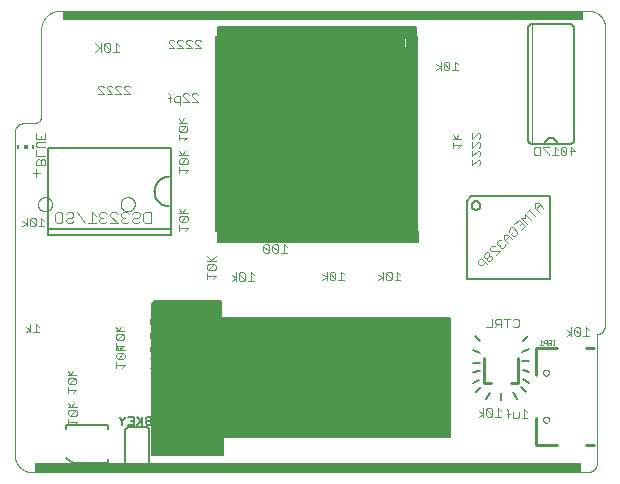
<source format=gbo>
G75*
%MOIN*%
%OFA0B0*%
%FSLAX25Y25*%
%IPPOS*%
%LPD*%
%AMOC8*
5,1,8,0,0,1.08239X$1,22.5*
%
%ADD10C,0.00000*%
%ADD11R,1.82244X0.03228*%
%ADD12R,1.73228X0.03150*%
%ADD13C,0.00800*%
%ADD14C,0.00600*%
%ADD15C,0.00200*%
%ADD16C,0.00300*%
%ADD17C,0.01000*%
%ADD18C,0.00500*%
%ADD19C,0.00100*%
%ADD20C,0.00400*%
%ADD21R,0.00591X0.01181*%
%ADD22R,0.01181X0.01181*%
D10*
X0011565Y0006895D02*
X0011565Y0114484D01*
X0011567Y0114588D01*
X0011573Y0114692D01*
X0011582Y0114796D01*
X0011595Y0114900D01*
X0011612Y0115002D01*
X0011633Y0115105D01*
X0011658Y0115206D01*
X0011686Y0115306D01*
X0011718Y0115406D01*
X0011753Y0115504D01*
X0011792Y0115600D01*
X0011835Y0115695D01*
X0011881Y0115789D01*
X0011930Y0115881D01*
X0011983Y0115971D01*
X0012039Y0116059D01*
X0012098Y0116145D01*
X0012160Y0116228D01*
X0012225Y0116310D01*
X0012293Y0116389D01*
X0012364Y0116465D01*
X0012438Y0116539D01*
X0012514Y0116610D01*
X0012593Y0116678D01*
X0012675Y0116743D01*
X0012758Y0116805D01*
X0012844Y0116864D01*
X0012932Y0116920D01*
X0013022Y0116973D01*
X0013114Y0117022D01*
X0013208Y0117068D01*
X0013303Y0117111D01*
X0013399Y0117150D01*
X0013497Y0117185D01*
X0013597Y0117217D01*
X0013697Y0117245D01*
X0013798Y0117270D01*
X0013901Y0117291D01*
X0014003Y0117308D01*
X0014107Y0117321D01*
X0014211Y0117330D01*
X0014315Y0117336D01*
X0014419Y0117338D01*
X0014419Y0117339D02*
X0017769Y0117339D01*
X0017871Y0117341D01*
X0017972Y0117347D01*
X0018073Y0117357D01*
X0018174Y0117370D01*
X0018274Y0117388D01*
X0018374Y0117409D01*
X0018472Y0117434D01*
X0018570Y0117463D01*
X0018666Y0117495D01*
X0018761Y0117531D01*
X0018855Y0117571D01*
X0018947Y0117615D01*
X0019037Y0117661D01*
X0019125Y0117712D01*
X0019212Y0117765D01*
X0019296Y0117822D01*
X0019378Y0117882D01*
X0019458Y0117945D01*
X0019535Y0118012D01*
X0019609Y0118081D01*
X0019681Y0118153D01*
X0019750Y0118227D01*
X0019817Y0118304D01*
X0019880Y0118384D01*
X0019940Y0118466D01*
X0019997Y0118550D01*
X0020050Y0118637D01*
X0020101Y0118725D01*
X0020147Y0118815D01*
X0020191Y0118907D01*
X0020231Y0119001D01*
X0020267Y0119096D01*
X0020299Y0119192D01*
X0020328Y0119290D01*
X0020353Y0119388D01*
X0020374Y0119488D01*
X0020392Y0119588D01*
X0020405Y0119689D01*
X0020415Y0119790D01*
X0020421Y0119891D01*
X0020423Y0119993D01*
X0020423Y0148826D01*
X0020424Y0148826D02*
X0020426Y0148979D01*
X0020432Y0149132D01*
X0020441Y0149284D01*
X0020455Y0149436D01*
X0020472Y0149588D01*
X0020494Y0149739D01*
X0020519Y0149890D01*
X0020547Y0150040D01*
X0020580Y0150190D01*
X0020617Y0150338D01*
X0020657Y0150485D01*
X0020701Y0150632D01*
X0020748Y0150777D01*
X0020799Y0150921D01*
X0020854Y0151064D01*
X0020913Y0151205D01*
X0020975Y0151344D01*
X0021040Y0151482D01*
X0021109Y0151619D01*
X0021182Y0151753D01*
X0021258Y0151886D01*
X0021337Y0152017D01*
X0021419Y0152145D01*
X0021505Y0152272D01*
X0021594Y0152396D01*
X0021686Y0152518D01*
X0021781Y0152638D01*
X0021879Y0152755D01*
X0021980Y0152870D01*
X0022084Y0152982D01*
X0022191Y0153091D01*
X0022300Y0153198D01*
X0022412Y0153302D01*
X0022527Y0153403D01*
X0022644Y0153501D01*
X0022764Y0153596D01*
X0022886Y0153688D01*
X0023010Y0153777D01*
X0023137Y0153863D01*
X0023265Y0153945D01*
X0023396Y0154024D01*
X0023529Y0154100D01*
X0023663Y0154173D01*
X0023800Y0154242D01*
X0023938Y0154307D01*
X0024077Y0154369D01*
X0024218Y0154428D01*
X0024361Y0154483D01*
X0024505Y0154534D01*
X0024650Y0154581D01*
X0024797Y0154625D01*
X0024944Y0154665D01*
X0025092Y0154702D01*
X0025242Y0154735D01*
X0025392Y0154763D01*
X0025543Y0154788D01*
X0025694Y0154810D01*
X0025846Y0154827D01*
X0025998Y0154841D01*
X0026150Y0154850D01*
X0026303Y0154856D01*
X0026456Y0154858D01*
X0202791Y0154858D01*
X0202791Y0154859D02*
X0202938Y0154857D01*
X0203085Y0154851D01*
X0203232Y0154842D01*
X0203379Y0154828D01*
X0203525Y0154811D01*
X0203671Y0154790D01*
X0203816Y0154765D01*
X0203961Y0154736D01*
X0204104Y0154704D01*
X0204247Y0154667D01*
X0204389Y0154627D01*
X0204529Y0154584D01*
X0204669Y0154536D01*
X0204807Y0154485D01*
X0204944Y0154431D01*
X0205079Y0154373D01*
X0205213Y0154311D01*
X0205345Y0154246D01*
X0205475Y0154177D01*
X0205604Y0154105D01*
X0205730Y0154030D01*
X0205855Y0153952D01*
X0205977Y0153870D01*
X0206097Y0153785D01*
X0206215Y0153697D01*
X0206331Y0153605D01*
X0206444Y0153511D01*
X0206555Y0153414D01*
X0206663Y0153314D01*
X0206768Y0153211D01*
X0206871Y0153106D01*
X0206971Y0152998D01*
X0207068Y0152887D01*
X0207162Y0152774D01*
X0207254Y0152658D01*
X0207342Y0152540D01*
X0207427Y0152420D01*
X0207509Y0152298D01*
X0207587Y0152173D01*
X0207662Y0152047D01*
X0207734Y0151918D01*
X0207803Y0151788D01*
X0207868Y0151656D01*
X0207930Y0151522D01*
X0207988Y0151387D01*
X0208042Y0151250D01*
X0208093Y0151112D01*
X0208141Y0150972D01*
X0208184Y0150832D01*
X0208224Y0150690D01*
X0208261Y0150547D01*
X0208293Y0150404D01*
X0208322Y0150259D01*
X0208347Y0150114D01*
X0208368Y0149968D01*
X0208385Y0149822D01*
X0208399Y0149675D01*
X0208408Y0149528D01*
X0208414Y0149381D01*
X0208416Y0149234D01*
X0208415Y0149234D02*
X0208223Y0049784D01*
X0208224Y0049784D02*
X0208222Y0049681D01*
X0208216Y0049578D01*
X0208206Y0049476D01*
X0208192Y0049374D01*
X0208175Y0049272D01*
X0208153Y0049172D01*
X0208128Y0049072D01*
X0208099Y0048973D01*
X0208066Y0048876D01*
X0208030Y0048779D01*
X0207990Y0048684D01*
X0207947Y0048591D01*
X0207900Y0048499D01*
X0207850Y0048410D01*
X0207796Y0048322D01*
X0207739Y0048236D01*
X0207679Y0048152D01*
X0207616Y0048071D01*
X0207549Y0047992D01*
X0207480Y0047916D01*
X0207408Y0047843D01*
X0207333Y0047772D01*
X0207256Y0047704D01*
X0207176Y0047639D01*
X0207094Y0047577D01*
X0207010Y0047518D01*
X0206923Y0047463D01*
X0206834Y0047410D01*
X0206744Y0047362D01*
X0206651Y0047316D01*
X0206557Y0047274D01*
X0206462Y0047236D01*
X0206365Y0047201D01*
X0206267Y0047170D01*
X0206167Y0047143D01*
X0206067Y0047119D01*
X0205966Y0047099D01*
X0205865Y0047084D01*
X0205762Y0047071D01*
X0205660Y0047063D01*
X0205659Y0047063D02*
X0205659Y0004345D01*
X0205657Y0004231D01*
X0205651Y0004117D01*
X0205641Y0004003D01*
X0205628Y0003890D01*
X0205610Y0003777D01*
X0205589Y0003664D01*
X0205564Y0003553D01*
X0205535Y0003443D01*
X0205502Y0003333D01*
X0205466Y0003225D01*
X0205426Y0003118D01*
X0205382Y0003012D01*
X0205335Y0002908D01*
X0205284Y0002806D01*
X0205230Y0002706D01*
X0205172Y0002607D01*
X0205111Y0002510D01*
X0205047Y0002416D01*
X0204979Y0002324D01*
X0204909Y0002234D01*
X0204835Y0002147D01*
X0204759Y0002062D01*
X0204679Y0001980D01*
X0204597Y0001900D01*
X0204512Y0001824D01*
X0204425Y0001750D01*
X0204335Y0001680D01*
X0204243Y0001612D01*
X0204149Y0001548D01*
X0204052Y0001487D01*
X0203953Y0001429D01*
X0203853Y0001375D01*
X0203751Y0001324D01*
X0203647Y0001277D01*
X0203541Y0001233D01*
X0203434Y0001193D01*
X0203326Y0001157D01*
X0203216Y0001124D01*
X0203106Y0001095D01*
X0202995Y0001070D01*
X0202882Y0001049D01*
X0202769Y0001031D01*
X0202656Y0001018D01*
X0202542Y0001008D01*
X0202428Y0001002D01*
X0202314Y0001000D01*
X0017470Y0001000D01*
X0017319Y0001002D01*
X0017167Y0001008D01*
X0017015Y0001017D01*
X0016864Y0001031D01*
X0016713Y0001048D01*
X0016562Y0001069D01*
X0016413Y0001095D01*
X0016263Y0001124D01*
X0016115Y0001156D01*
X0015968Y0001193D01*
X0015821Y0001234D01*
X0015676Y0001278D01*
X0015532Y0001326D01*
X0015389Y0001377D01*
X0015247Y0001433D01*
X0015107Y0001492D01*
X0014969Y0001554D01*
X0014832Y0001620D01*
X0014697Y0001690D01*
X0014564Y0001763D01*
X0014432Y0001839D01*
X0014303Y0001919D01*
X0014176Y0002002D01*
X0014051Y0002088D01*
X0013928Y0002178D01*
X0013808Y0002270D01*
X0013690Y0002366D01*
X0013574Y0002465D01*
X0013461Y0002566D01*
X0013351Y0002671D01*
X0013244Y0002778D01*
X0013139Y0002888D01*
X0013037Y0003001D01*
X0012938Y0003116D01*
X0012842Y0003234D01*
X0012749Y0003354D01*
X0012659Y0003477D01*
X0012573Y0003602D01*
X0012490Y0003729D01*
X0012410Y0003858D01*
X0012333Y0003989D01*
X0012260Y0004122D01*
X0012190Y0004257D01*
X0012124Y0004394D01*
X0012061Y0004532D01*
X0012002Y0004672D01*
X0011946Y0004814D01*
X0011894Y0004956D01*
X0011846Y0005101D01*
X0011802Y0005246D01*
X0011761Y0005392D01*
X0011724Y0005540D01*
X0011691Y0005688D01*
X0011662Y0005837D01*
X0011636Y0005987D01*
X0011615Y0006137D01*
X0011597Y0006288D01*
X0011583Y0006439D01*
X0011573Y0006591D01*
X0011567Y0006743D01*
X0011565Y0006895D01*
X0019282Y0090409D02*
X0019284Y0090506D01*
X0019290Y0090603D01*
X0019300Y0090699D01*
X0019314Y0090795D01*
X0019332Y0090891D01*
X0019353Y0090985D01*
X0019379Y0091079D01*
X0019408Y0091171D01*
X0019442Y0091262D01*
X0019478Y0091352D01*
X0019519Y0091440D01*
X0019563Y0091526D01*
X0019611Y0091611D01*
X0019662Y0091693D01*
X0019716Y0091774D01*
X0019774Y0091852D01*
X0019835Y0091927D01*
X0019898Y0092000D01*
X0019965Y0092071D01*
X0020035Y0092138D01*
X0020107Y0092203D01*
X0020182Y0092264D01*
X0020260Y0092323D01*
X0020339Y0092378D01*
X0020421Y0092430D01*
X0020505Y0092478D01*
X0020591Y0092523D01*
X0020679Y0092565D01*
X0020768Y0092603D01*
X0020859Y0092637D01*
X0020951Y0092667D01*
X0021044Y0092694D01*
X0021139Y0092716D01*
X0021234Y0092735D01*
X0021330Y0092750D01*
X0021426Y0092761D01*
X0021523Y0092768D01*
X0021620Y0092771D01*
X0021717Y0092770D01*
X0021814Y0092765D01*
X0021910Y0092756D01*
X0022006Y0092743D01*
X0022102Y0092726D01*
X0022197Y0092705D01*
X0022290Y0092681D01*
X0022383Y0092652D01*
X0022475Y0092620D01*
X0022565Y0092584D01*
X0022653Y0092545D01*
X0022740Y0092501D01*
X0022825Y0092455D01*
X0022908Y0092404D01*
X0022989Y0092351D01*
X0023067Y0092294D01*
X0023144Y0092234D01*
X0023217Y0092171D01*
X0023288Y0092105D01*
X0023356Y0092036D01*
X0023422Y0091964D01*
X0023484Y0091890D01*
X0023543Y0091813D01*
X0023599Y0091734D01*
X0023652Y0091652D01*
X0023702Y0091569D01*
X0023747Y0091483D01*
X0023790Y0091396D01*
X0023829Y0091307D01*
X0023864Y0091217D01*
X0023895Y0091125D01*
X0023922Y0091032D01*
X0023946Y0090938D01*
X0023966Y0090843D01*
X0023982Y0090747D01*
X0023994Y0090651D01*
X0024002Y0090554D01*
X0024006Y0090457D01*
X0024006Y0090361D01*
X0024002Y0090264D01*
X0023994Y0090167D01*
X0023982Y0090071D01*
X0023966Y0089975D01*
X0023946Y0089880D01*
X0023922Y0089786D01*
X0023895Y0089693D01*
X0023864Y0089601D01*
X0023829Y0089511D01*
X0023790Y0089422D01*
X0023747Y0089335D01*
X0023702Y0089249D01*
X0023652Y0089166D01*
X0023599Y0089084D01*
X0023543Y0089005D01*
X0023484Y0088928D01*
X0023422Y0088854D01*
X0023356Y0088782D01*
X0023288Y0088713D01*
X0023217Y0088647D01*
X0023144Y0088584D01*
X0023067Y0088524D01*
X0022989Y0088467D01*
X0022908Y0088414D01*
X0022825Y0088363D01*
X0022740Y0088317D01*
X0022653Y0088273D01*
X0022565Y0088234D01*
X0022475Y0088198D01*
X0022383Y0088166D01*
X0022290Y0088137D01*
X0022197Y0088113D01*
X0022102Y0088092D01*
X0022006Y0088075D01*
X0021910Y0088062D01*
X0021814Y0088053D01*
X0021717Y0088048D01*
X0021620Y0088047D01*
X0021523Y0088050D01*
X0021426Y0088057D01*
X0021330Y0088068D01*
X0021234Y0088083D01*
X0021139Y0088102D01*
X0021044Y0088124D01*
X0020951Y0088151D01*
X0020859Y0088181D01*
X0020768Y0088215D01*
X0020679Y0088253D01*
X0020591Y0088295D01*
X0020505Y0088340D01*
X0020421Y0088388D01*
X0020339Y0088440D01*
X0020260Y0088495D01*
X0020182Y0088554D01*
X0020107Y0088615D01*
X0020035Y0088680D01*
X0019965Y0088747D01*
X0019898Y0088818D01*
X0019835Y0088891D01*
X0019774Y0088966D01*
X0019716Y0089044D01*
X0019662Y0089125D01*
X0019611Y0089207D01*
X0019563Y0089292D01*
X0019519Y0089378D01*
X0019478Y0089466D01*
X0019442Y0089556D01*
X0019408Y0089647D01*
X0019379Y0089739D01*
X0019353Y0089833D01*
X0019332Y0089927D01*
X0019314Y0090023D01*
X0019300Y0090119D01*
X0019290Y0090215D01*
X0019284Y0090312D01*
X0019282Y0090409D01*
X0046841Y0090409D02*
X0046843Y0090506D01*
X0046849Y0090603D01*
X0046859Y0090699D01*
X0046873Y0090795D01*
X0046891Y0090891D01*
X0046912Y0090985D01*
X0046938Y0091079D01*
X0046967Y0091171D01*
X0047001Y0091262D01*
X0047037Y0091352D01*
X0047078Y0091440D01*
X0047122Y0091526D01*
X0047170Y0091611D01*
X0047221Y0091693D01*
X0047275Y0091774D01*
X0047333Y0091852D01*
X0047394Y0091927D01*
X0047457Y0092000D01*
X0047524Y0092071D01*
X0047594Y0092138D01*
X0047666Y0092203D01*
X0047741Y0092264D01*
X0047819Y0092323D01*
X0047898Y0092378D01*
X0047980Y0092430D01*
X0048064Y0092478D01*
X0048150Y0092523D01*
X0048238Y0092565D01*
X0048327Y0092603D01*
X0048418Y0092637D01*
X0048510Y0092667D01*
X0048603Y0092694D01*
X0048698Y0092716D01*
X0048793Y0092735D01*
X0048889Y0092750D01*
X0048985Y0092761D01*
X0049082Y0092768D01*
X0049179Y0092771D01*
X0049276Y0092770D01*
X0049373Y0092765D01*
X0049469Y0092756D01*
X0049565Y0092743D01*
X0049661Y0092726D01*
X0049756Y0092705D01*
X0049849Y0092681D01*
X0049942Y0092652D01*
X0050034Y0092620D01*
X0050124Y0092584D01*
X0050212Y0092545D01*
X0050299Y0092501D01*
X0050384Y0092455D01*
X0050467Y0092404D01*
X0050548Y0092351D01*
X0050626Y0092294D01*
X0050703Y0092234D01*
X0050776Y0092171D01*
X0050847Y0092105D01*
X0050915Y0092036D01*
X0050981Y0091964D01*
X0051043Y0091890D01*
X0051102Y0091813D01*
X0051158Y0091734D01*
X0051211Y0091652D01*
X0051261Y0091569D01*
X0051306Y0091483D01*
X0051349Y0091396D01*
X0051388Y0091307D01*
X0051423Y0091217D01*
X0051454Y0091125D01*
X0051481Y0091032D01*
X0051505Y0090938D01*
X0051525Y0090843D01*
X0051541Y0090747D01*
X0051553Y0090651D01*
X0051561Y0090554D01*
X0051565Y0090457D01*
X0051565Y0090361D01*
X0051561Y0090264D01*
X0051553Y0090167D01*
X0051541Y0090071D01*
X0051525Y0089975D01*
X0051505Y0089880D01*
X0051481Y0089786D01*
X0051454Y0089693D01*
X0051423Y0089601D01*
X0051388Y0089511D01*
X0051349Y0089422D01*
X0051306Y0089335D01*
X0051261Y0089249D01*
X0051211Y0089166D01*
X0051158Y0089084D01*
X0051102Y0089005D01*
X0051043Y0088928D01*
X0050981Y0088854D01*
X0050915Y0088782D01*
X0050847Y0088713D01*
X0050776Y0088647D01*
X0050703Y0088584D01*
X0050626Y0088524D01*
X0050548Y0088467D01*
X0050467Y0088414D01*
X0050384Y0088363D01*
X0050299Y0088317D01*
X0050212Y0088273D01*
X0050124Y0088234D01*
X0050034Y0088198D01*
X0049942Y0088166D01*
X0049849Y0088137D01*
X0049756Y0088113D01*
X0049661Y0088092D01*
X0049565Y0088075D01*
X0049469Y0088062D01*
X0049373Y0088053D01*
X0049276Y0088048D01*
X0049179Y0088047D01*
X0049082Y0088050D01*
X0048985Y0088057D01*
X0048889Y0088068D01*
X0048793Y0088083D01*
X0048698Y0088102D01*
X0048603Y0088124D01*
X0048510Y0088151D01*
X0048418Y0088181D01*
X0048327Y0088215D01*
X0048238Y0088253D01*
X0048150Y0088295D01*
X0048064Y0088340D01*
X0047980Y0088388D01*
X0047898Y0088440D01*
X0047819Y0088495D01*
X0047741Y0088554D01*
X0047666Y0088615D01*
X0047594Y0088680D01*
X0047524Y0088747D01*
X0047457Y0088818D01*
X0047394Y0088891D01*
X0047333Y0088966D01*
X0047275Y0089044D01*
X0047221Y0089125D01*
X0047170Y0089207D01*
X0047122Y0089292D01*
X0047078Y0089378D01*
X0047037Y0089466D01*
X0047001Y0089556D01*
X0046967Y0089647D01*
X0046938Y0089739D01*
X0046912Y0089833D01*
X0046891Y0089927D01*
X0046873Y0090023D01*
X0046859Y0090119D01*
X0046849Y0090215D01*
X0046843Y0090312D01*
X0046841Y0090409D01*
X0187668Y0034268D02*
X0187670Y0034330D01*
X0187676Y0034393D01*
X0187686Y0034454D01*
X0187700Y0034515D01*
X0187717Y0034575D01*
X0187738Y0034634D01*
X0187764Y0034691D01*
X0187792Y0034746D01*
X0187824Y0034800D01*
X0187860Y0034851D01*
X0187898Y0034901D01*
X0187940Y0034947D01*
X0187984Y0034991D01*
X0188032Y0035032D01*
X0188081Y0035070D01*
X0188133Y0035104D01*
X0188187Y0035135D01*
X0188243Y0035163D01*
X0188301Y0035187D01*
X0188360Y0035208D01*
X0188420Y0035224D01*
X0188481Y0035237D01*
X0188543Y0035246D01*
X0188605Y0035251D01*
X0188668Y0035252D01*
X0188730Y0035249D01*
X0188792Y0035242D01*
X0188854Y0035231D01*
X0188914Y0035216D01*
X0188974Y0035198D01*
X0189032Y0035176D01*
X0189089Y0035150D01*
X0189144Y0035120D01*
X0189197Y0035087D01*
X0189248Y0035051D01*
X0189296Y0035012D01*
X0189342Y0034969D01*
X0189385Y0034924D01*
X0189425Y0034876D01*
X0189462Y0034826D01*
X0189496Y0034773D01*
X0189527Y0034719D01*
X0189553Y0034663D01*
X0189577Y0034605D01*
X0189596Y0034545D01*
X0189612Y0034485D01*
X0189624Y0034423D01*
X0189632Y0034362D01*
X0189636Y0034299D01*
X0189636Y0034237D01*
X0189632Y0034174D01*
X0189624Y0034113D01*
X0189612Y0034051D01*
X0189596Y0033991D01*
X0189577Y0033931D01*
X0189553Y0033873D01*
X0189527Y0033817D01*
X0189496Y0033763D01*
X0189462Y0033710D01*
X0189425Y0033660D01*
X0189385Y0033612D01*
X0189342Y0033567D01*
X0189296Y0033524D01*
X0189248Y0033485D01*
X0189197Y0033449D01*
X0189144Y0033416D01*
X0189089Y0033386D01*
X0189032Y0033360D01*
X0188974Y0033338D01*
X0188914Y0033320D01*
X0188854Y0033305D01*
X0188792Y0033294D01*
X0188730Y0033287D01*
X0188668Y0033284D01*
X0188605Y0033285D01*
X0188543Y0033290D01*
X0188481Y0033299D01*
X0188420Y0033312D01*
X0188360Y0033328D01*
X0188301Y0033349D01*
X0188243Y0033373D01*
X0188187Y0033401D01*
X0188133Y0033432D01*
X0188081Y0033466D01*
X0188032Y0033504D01*
X0187984Y0033545D01*
X0187940Y0033589D01*
X0187898Y0033635D01*
X0187860Y0033685D01*
X0187824Y0033736D01*
X0187792Y0033790D01*
X0187764Y0033845D01*
X0187738Y0033902D01*
X0187717Y0033961D01*
X0187700Y0034021D01*
X0187686Y0034082D01*
X0187676Y0034143D01*
X0187670Y0034206D01*
X0187668Y0034268D01*
X0187668Y0018520D02*
X0187670Y0018582D01*
X0187676Y0018645D01*
X0187686Y0018706D01*
X0187700Y0018767D01*
X0187717Y0018827D01*
X0187738Y0018886D01*
X0187764Y0018943D01*
X0187792Y0018998D01*
X0187824Y0019052D01*
X0187860Y0019103D01*
X0187898Y0019153D01*
X0187940Y0019199D01*
X0187984Y0019243D01*
X0188032Y0019284D01*
X0188081Y0019322D01*
X0188133Y0019356D01*
X0188187Y0019387D01*
X0188243Y0019415D01*
X0188301Y0019439D01*
X0188360Y0019460D01*
X0188420Y0019476D01*
X0188481Y0019489D01*
X0188543Y0019498D01*
X0188605Y0019503D01*
X0188668Y0019504D01*
X0188730Y0019501D01*
X0188792Y0019494D01*
X0188854Y0019483D01*
X0188914Y0019468D01*
X0188974Y0019450D01*
X0189032Y0019428D01*
X0189089Y0019402D01*
X0189144Y0019372D01*
X0189197Y0019339D01*
X0189248Y0019303D01*
X0189296Y0019264D01*
X0189342Y0019221D01*
X0189385Y0019176D01*
X0189425Y0019128D01*
X0189462Y0019078D01*
X0189496Y0019025D01*
X0189527Y0018971D01*
X0189553Y0018915D01*
X0189577Y0018857D01*
X0189596Y0018797D01*
X0189612Y0018737D01*
X0189624Y0018675D01*
X0189632Y0018614D01*
X0189636Y0018551D01*
X0189636Y0018489D01*
X0189632Y0018426D01*
X0189624Y0018365D01*
X0189612Y0018303D01*
X0189596Y0018243D01*
X0189577Y0018183D01*
X0189553Y0018125D01*
X0189527Y0018069D01*
X0189496Y0018015D01*
X0189462Y0017962D01*
X0189425Y0017912D01*
X0189385Y0017864D01*
X0189342Y0017819D01*
X0189296Y0017776D01*
X0189248Y0017737D01*
X0189197Y0017701D01*
X0189144Y0017668D01*
X0189089Y0017638D01*
X0189032Y0017612D01*
X0188974Y0017590D01*
X0188914Y0017572D01*
X0188854Y0017557D01*
X0188792Y0017546D01*
X0188730Y0017539D01*
X0188668Y0017536D01*
X0188605Y0017537D01*
X0188543Y0017542D01*
X0188481Y0017551D01*
X0188420Y0017564D01*
X0188360Y0017580D01*
X0188301Y0017601D01*
X0188243Y0017625D01*
X0188187Y0017653D01*
X0188133Y0017684D01*
X0188081Y0017718D01*
X0188032Y0017756D01*
X0187984Y0017797D01*
X0187940Y0017841D01*
X0187898Y0017887D01*
X0187860Y0017937D01*
X0187824Y0017988D01*
X0187792Y0018042D01*
X0187764Y0018097D01*
X0187738Y0018154D01*
X0187717Y0018213D01*
X0187700Y0018273D01*
X0187686Y0018334D01*
X0187676Y0018395D01*
X0187670Y0018458D01*
X0187668Y0018520D01*
D11*
X0109419Y0002614D03*
D12*
X0114242Y0153244D03*
D13*
X0063573Y0109228D02*
X0022707Y0109228D01*
X0022707Y0082063D01*
X0022707Y0080094D01*
X0063573Y0080094D01*
X0063573Y0082063D01*
X0022707Y0082063D01*
X0063573Y0082063D02*
X0063573Y0109228D01*
X0055352Y0016122D02*
X0049352Y0016122D01*
X0049292Y0016120D01*
X0049231Y0016115D01*
X0049172Y0016106D01*
X0049113Y0016093D01*
X0049054Y0016077D01*
X0048997Y0016057D01*
X0048942Y0016034D01*
X0048887Y0016007D01*
X0048835Y0015978D01*
X0048784Y0015945D01*
X0048735Y0015909D01*
X0048689Y0015871D01*
X0048645Y0015829D01*
X0048603Y0015785D01*
X0048565Y0015739D01*
X0048529Y0015690D01*
X0048496Y0015639D01*
X0048467Y0015587D01*
X0048440Y0015532D01*
X0048417Y0015477D01*
X0048397Y0015420D01*
X0048381Y0015361D01*
X0048368Y0015302D01*
X0048359Y0015243D01*
X0048354Y0015182D01*
X0048352Y0015122D01*
X0048352Y0004122D01*
X0048354Y0004062D01*
X0048359Y0004001D01*
X0048368Y0003942D01*
X0048381Y0003883D01*
X0048397Y0003824D01*
X0048417Y0003767D01*
X0048440Y0003712D01*
X0048467Y0003657D01*
X0048496Y0003605D01*
X0048529Y0003554D01*
X0048565Y0003505D01*
X0048603Y0003459D01*
X0048645Y0003415D01*
X0048689Y0003373D01*
X0048735Y0003335D01*
X0048784Y0003299D01*
X0048835Y0003266D01*
X0048887Y0003237D01*
X0048942Y0003210D01*
X0048997Y0003187D01*
X0049054Y0003167D01*
X0049113Y0003151D01*
X0049172Y0003138D01*
X0049231Y0003129D01*
X0049292Y0003124D01*
X0049352Y0003122D01*
X0055352Y0003122D01*
X0055412Y0003124D01*
X0055473Y0003129D01*
X0055532Y0003138D01*
X0055591Y0003151D01*
X0055650Y0003167D01*
X0055707Y0003187D01*
X0055762Y0003210D01*
X0055817Y0003237D01*
X0055869Y0003266D01*
X0055920Y0003299D01*
X0055969Y0003335D01*
X0056015Y0003373D01*
X0056059Y0003415D01*
X0056101Y0003459D01*
X0056139Y0003505D01*
X0056175Y0003554D01*
X0056208Y0003605D01*
X0056237Y0003657D01*
X0056264Y0003712D01*
X0056287Y0003767D01*
X0056307Y0003824D01*
X0056323Y0003883D01*
X0056336Y0003942D01*
X0056345Y0004001D01*
X0056350Y0004062D01*
X0056352Y0004122D01*
X0056352Y0015122D01*
X0056350Y0015182D01*
X0056345Y0015243D01*
X0056336Y0015302D01*
X0056323Y0015361D01*
X0056307Y0015420D01*
X0056287Y0015477D01*
X0056264Y0015532D01*
X0056237Y0015587D01*
X0056208Y0015639D01*
X0056175Y0015690D01*
X0056139Y0015739D01*
X0056101Y0015785D01*
X0056059Y0015829D01*
X0056015Y0015871D01*
X0055969Y0015909D01*
X0055920Y0015945D01*
X0055869Y0015978D01*
X0055817Y0016007D01*
X0055762Y0016034D01*
X0055707Y0016057D01*
X0055650Y0016077D01*
X0055591Y0016093D01*
X0055532Y0016106D01*
X0055473Y0016115D01*
X0055412Y0016120D01*
X0055352Y0016122D01*
X0042746Y0015646D02*
X0042746Y0016827D01*
X0028573Y0016827D01*
X0028573Y0015646D01*
X0028573Y0005921D02*
X0030935Y0004228D01*
X0042746Y0004228D01*
X0042746Y0005409D01*
D14*
X0047377Y0016969D02*
X0047377Y0018270D01*
X0046509Y0019138D01*
X0046509Y0019572D01*
X0047377Y0018270D02*
X0048244Y0019138D01*
X0048244Y0019572D01*
X0049456Y0019572D02*
X0051191Y0019572D01*
X0051191Y0016969D01*
X0049456Y0016969D01*
X0050323Y0018270D02*
X0051191Y0018270D01*
X0052403Y0016969D02*
X0053704Y0018270D01*
X0054137Y0017837D02*
X0052403Y0019572D01*
X0054137Y0019572D02*
X0054137Y0016969D01*
X0055349Y0017403D02*
X0055783Y0016969D01*
X0057084Y0016969D01*
X0057084Y0019572D01*
X0055783Y0019572D01*
X0055349Y0019138D01*
X0055349Y0018704D01*
X0055783Y0018270D01*
X0057084Y0018270D01*
X0055783Y0018270D02*
X0055349Y0017837D01*
X0055349Y0017403D01*
X0162305Y0065424D02*
X0162305Y0091625D01*
X0163702Y0093023D01*
X0189903Y0093023D01*
X0189903Y0065424D01*
X0162305Y0065424D01*
X0163890Y0090024D02*
X0163892Y0090099D01*
X0163898Y0090173D01*
X0163908Y0090247D01*
X0163921Y0090320D01*
X0163939Y0090393D01*
X0163960Y0090464D01*
X0163985Y0090535D01*
X0164014Y0090604D01*
X0164047Y0090671D01*
X0164083Y0090736D01*
X0164122Y0090800D01*
X0164164Y0090861D01*
X0164210Y0090920D01*
X0164259Y0090977D01*
X0164311Y0091030D01*
X0164365Y0091081D01*
X0164422Y0091130D01*
X0164482Y0091174D01*
X0164544Y0091216D01*
X0164608Y0091255D01*
X0164674Y0091290D01*
X0164741Y0091321D01*
X0164811Y0091349D01*
X0164881Y0091373D01*
X0164953Y0091394D01*
X0165026Y0091410D01*
X0165099Y0091423D01*
X0165174Y0091432D01*
X0165248Y0091437D01*
X0165323Y0091438D01*
X0165397Y0091435D01*
X0165472Y0091428D01*
X0165545Y0091417D01*
X0165619Y0091403D01*
X0165691Y0091384D01*
X0165762Y0091362D01*
X0165832Y0091336D01*
X0165901Y0091306D01*
X0165967Y0091273D01*
X0166032Y0091236D01*
X0166095Y0091196D01*
X0166156Y0091152D01*
X0166214Y0091106D01*
X0166270Y0091056D01*
X0166323Y0091004D01*
X0166374Y0090949D01*
X0166421Y0090891D01*
X0166465Y0090831D01*
X0166506Y0090768D01*
X0166544Y0090704D01*
X0166578Y0090638D01*
X0166609Y0090569D01*
X0166636Y0090500D01*
X0166659Y0090429D01*
X0166678Y0090357D01*
X0166694Y0090284D01*
X0166706Y0090210D01*
X0166714Y0090136D01*
X0166718Y0090061D01*
X0166718Y0089987D01*
X0166714Y0089912D01*
X0166706Y0089838D01*
X0166694Y0089764D01*
X0166678Y0089691D01*
X0166659Y0089619D01*
X0166636Y0089548D01*
X0166609Y0089479D01*
X0166578Y0089410D01*
X0166544Y0089344D01*
X0166506Y0089280D01*
X0166465Y0089217D01*
X0166421Y0089157D01*
X0166374Y0089099D01*
X0166323Y0089044D01*
X0166270Y0088992D01*
X0166214Y0088942D01*
X0166156Y0088896D01*
X0166095Y0088852D01*
X0166032Y0088812D01*
X0165967Y0088775D01*
X0165901Y0088742D01*
X0165832Y0088712D01*
X0165762Y0088686D01*
X0165691Y0088664D01*
X0165619Y0088645D01*
X0165545Y0088631D01*
X0165472Y0088620D01*
X0165397Y0088613D01*
X0165323Y0088610D01*
X0165248Y0088611D01*
X0165174Y0088616D01*
X0165099Y0088625D01*
X0165026Y0088638D01*
X0164953Y0088654D01*
X0164881Y0088675D01*
X0164811Y0088699D01*
X0164741Y0088727D01*
X0164674Y0088758D01*
X0164608Y0088793D01*
X0164544Y0088832D01*
X0164482Y0088874D01*
X0164422Y0088918D01*
X0164365Y0088967D01*
X0164311Y0089018D01*
X0164259Y0089071D01*
X0164210Y0089128D01*
X0164164Y0089187D01*
X0164122Y0089248D01*
X0164083Y0089312D01*
X0164047Y0089377D01*
X0164014Y0089444D01*
X0163985Y0089513D01*
X0163960Y0089584D01*
X0163939Y0089655D01*
X0163921Y0089728D01*
X0163908Y0089801D01*
X0163898Y0089875D01*
X0163892Y0089949D01*
X0163890Y0090024D01*
X0184144Y0110567D02*
X0188344Y0110567D01*
X0192344Y0110567D01*
X0196544Y0110567D01*
X0196620Y0110569D01*
X0196696Y0110575D01*
X0196771Y0110584D01*
X0196846Y0110598D01*
X0196920Y0110615D01*
X0196993Y0110636D01*
X0197065Y0110660D01*
X0197136Y0110689D01*
X0197205Y0110720D01*
X0197272Y0110755D01*
X0197337Y0110794D01*
X0197401Y0110836D01*
X0197462Y0110881D01*
X0197521Y0110929D01*
X0197577Y0110980D01*
X0197631Y0111034D01*
X0197682Y0111090D01*
X0197730Y0111149D01*
X0197775Y0111210D01*
X0197817Y0111274D01*
X0197856Y0111339D01*
X0197891Y0111406D01*
X0197922Y0111475D01*
X0197951Y0111546D01*
X0197975Y0111618D01*
X0197996Y0111691D01*
X0198013Y0111765D01*
X0198027Y0111840D01*
X0198036Y0111915D01*
X0198042Y0111991D01*
X0198044Y0112067D01*
X0198044Y0149067D01*
X0198042Y0149143D01*
X0198036Y0149219D01*
X0198027Y0149294D01*
X0198013Y0149369D01*
X0197996Y0149443D01*
X0197975Y0149516D01*
X0197951Y0149588D01*
X0197922Y0149659D01*
X0197891Y0149728D01*
X0197856Y0149795D01*
X0197817Y0149860D01*
X0197775Y0149924D01*
X0197730Y0149985D01*
X0197682Y0150044D01*
X0197631Y0150100D01*
X0197577Y0150154D01*
X0197521Y0150205D01*
X0197462Y0150253D01*
X0197401Y0150298D01*
X0197337Y0150340D01*
X0197272Y0150379D01*
X0197205Y0150414D01*
X0197136Y0150445D01*
X0197065Y0150474D01*
X0196993Y0150498D01*
X0196920Y0150519D01*
X0196846Y0150536D01*
X0196771Y0150550D01*
X0196696Y0150559D01*
X0196620Y0150565D01*
X0196544Y0150567D01*
X0184144Y0150567D01*
X0184068Y0150565D01*
X0183992Y0150559D01*
X0183917Y0150550D01*
X0183842Y0150536D01*
X0183768Y0150519D01*
X0183695Y0150498D01*
X0183623Y0150474D01*
X0183552Y0150445D01*
X0183483Y0150414D01*
X0183416Y0150379D01*
X0183351Y0150340D01*
X0183287Y0150298D01*
X0183226Y0150253D01*
X0183167Y0150205D01*
X0183111Y0150154D01*
X0183057Y0150100D01*
X0183006Y0150044D01*
X0182958Y0149985D01*
X0182913Y0149924D01*
X0182871Y0149860D01*
X0182832Y0149795D01*
X0182797Y0149728D01*
X0182766Y0149659D01*
X0182737Y0149588D01*
X0182713Y0149516D01*
X0182692Y0149443D01*
X0182675Y0149369D01*
X0182661Y0149294D01*
X0182652Y0149219D01*
X0182646Y0149143D01*
X0182644Y0149067D01*
X0182644Y0112067D01*
X0182646Y0111991D01*
X0182652Y0111915D01*
X0182661Y0111840D01*
X0182675Y0111765D01*
X0182692Y0111691D01*
X0182713Y0111618D01*
X0182737Y0111546D01*
X0182766Y0111475D01*
X0182797Y0111406D01*
X0182832Y0111339D01*
X0182871Y0111274D01*
X0182913Y0111210D01*
X0182958Y0111149D01*
X0183006Y0111090D01*
X0183057Y0111034D01*
X0183111Y0110980D01*
X0183167Y0110929D01*
X0183226Y0110881D01*
X0183287Y0110836D01*
X0183351Y0110794D01*
X0183416Y0110755D01*
X0183483Y0110720D01*
X0183552Y0110689D01*
X0183623Y0110660D01*
X0183695Y0110636D01*
X0183768Y0110615D01*
X0183842Y0110598D01*
X0183917Y0110584D01*
X0183992Y0110575D01*
X0184068Y0110569D01*
X0184144Y0110567D01*
X0188344Y0110567D02*
X0188346Y0110655D01*
X0188352Y0110744D01*
X0188362Y0110832D01*
X0188375Y0110919D01*
X0188393Y0111006D01*
X0188414Y0111092D01*
X0188439Y0111177D01*
X0188468Y0111260D01*
X0188501Y0111343D01*
X0188537Y0111423D01*
X0188576Y0111502D01*
X0188619Y0111580D01*
X0188666Y0111655D01*
X0188716Y0111728D01*
X0188769Y0111799D01*
X0188825Y0111868D01*
X0188884Y0111934D01*
X0188946Y0111997D01*
X0189010Y0112057D01*
X0189077Y0112115D01*
X0189147Y0112169D01*
X0189219Y0112221D01*
X0189293Y0112269D01*
X0189370Y0112314D01*
X0189448Y0112355D01*
X0189528Y0112393D01*
X0189609Y0112427D01*
X0189692Y0112458D01*
X0189777Y0112485D01*
X0189862Y0112508D01*
X0189948Y0112527D01*
X0190036Y0112543D01*
X0190123Y0112555D01*
X0190211Y0112563D01*
X0190300Y0112567D01*
X0190388Y0112567D01*
X0190477Y0112563D01*
X0190565Y0112555D01*
X0190652Y0112543D01*
X0190740Y0112527D01*
X0190826Y0112508D01*
X0190911Y0112485D01*
X0190996Y0112458D01*
X0191079Y0112427D01*
X0191160Y0112393D01*
X0191240Y0112355D01*
X0191318Y0112314D01*
X0191395Y0112269D01*
X0191469Y0112221D01*
X0191541Y0112169D01*
X0191611Y0112115D01*
X0191678Y0112057D01*
X0191742Y0111997D01*
X0191804Y0111934D01*
X0191863Y0111868D01*
X0191919Y0111799D01*
X0191972Y0111728D01*
X0192022Y0111655D01*
X0192069Y0111580D01*
X0192112Y0111502D01*
X0192151Y0111423D01*
X0192187Y0111343D01*
X0192220Y0111260D01*
X0192249Y0111177D01*
X0192274Y0111092D01*
X0192295Y0111006D01*
X0192313Y0110919D01*
X0192326Y0110832D01*
X0192336Y0110744D01*
X0192342Y0110655D01*
X0192344Y0110567D01*
D15*
X0184044Y0110567D02*
X0184044Y0150567D01*
D16*
X0159389Y0137011D02*
X0158422Y0137978D01*
X0158422Y0135076D01*
X0159389Y0135076D02*
X0157454Y0135076D01*
X0156443Y0135560D02*
X0154508Y0137495D01*
X0154508Y0135560D01*
X0154992Y0135076D01*
X0155959Y0135076D01*
X0156443Y0135560D01*
X0156443Y0137495D01*
X0155959Y0137978D01*
X0154992Y0137978D01*
X0154508Y0137495D01*
X0153496Y0137978D02*
X0153496Y0135076D01*
X0153496Y0136043D02*
X0152045Y0137011D01*
X0153496Y0136043D02*
X0152045Y0135076D01*
X0141954Y0135848D02*
X0139052Y0137782D01*
X0141954Y0137782D01*
X0141954Y0138794D02*
X0141954Y0140729D01*
X0141954Y0139762D02*
X0139052Y0139762D01*
X0138220Y0140591D02*
X0138220Y0138656D01*
X0138704Y0138172D01*
X0140155Y0138172D01*
X0140155Y0141075D01*
X0138704Y0141075D01*
X0138220Y0140591D01*
X0137209Y0141075D02*
X0136241Y0141075D01*
X0136471Y0140729D02*
X0136954Y0140245D01*
X0136954Y0138794D01*
X0134052Y0138794D01*
X0134052Y0140245D01*
X0134536Y0140729D01*
X0136471Y0140729D01*
X0136725Y0141075D02*
X0136725Y0138172D01*
X0136954Y0137782D02*
X0134052Y0137782D01*
X0136954Y0135848D01*
X0134052Y0135848D01*
X0133793Y0136075D02*
X0133309Y0135591D01*
X0133309Y0133656D01*
X0133793Y0133172D01*
X0134761Y0133172D01*
X0135244Y0133656D01*
X0135244Y0135591D01*
X0134761Y0136075D01*
X0133793Y0136075D01*
X0134536Y0134836D02*
X0135503Y0134836D01*
X0135503Y0133868D01*
X0136241Y0133172D02*
X0137209Y0133172D01*
X0136954Y0133385D02*
X0136471Y0132901D01*
X0134536Y0132901D01*
X0134052Y0133385D01*
X0134052Y0134352D01*
X0134536Y0134836D01*
X0136471Y0134836D02*
X0136954Y0134352D01*
X0136954Y0133385D01*
X0136725Y0133172D02*
X0136725Y0136075D01*
X0137209Y0136075D02*
X0136241Y0136075D01*
X0138220Y0135591D02*
X0138704Y0136075D01*
X0140155Y0136075D01*
X0140155Y0133172D01*
X0138704Y0133172D01*
X0138220Y0133656D01*
X0138220Y0135591D01*
X0139052Y0135848D02*
X0141954Y0135848D01*
X0140987Y0134836D02*
X0139052Y0134836D01*
X0140503Y0134836D02*
X0140503Y0132901D01*
X0140987Y0132901D02*
X0141954Y0133868D01*
X0140987Y0134836D01*
X0140987Y0132901D02*
X0139052Y0132901D01*
X0138704Y0131075D02*
X0140155Y0131075D01*
X0140155Y0128172D01*
X0138704Y0128172D01*
X0138220Y0128656D01*
X0138220Y0130591D01*
X0138704Y0131075D01*
X0137209Y0131075D02*
X0136241Y0131075D01*
X0136725Y0131075D02*
X0136725Y0128172D01*
X0137209Y0128172D02*
X0136241Y0128172D01*
X0135244Y0128656D02*
X0134761Y0128172D01*
X0133793Y0128172D01*
X0133309Y0128656D01*
X0133309Y0130591D01*
X0133793Y0131075D01*
X0134761Y0131075D01*
X0135244Y0130591D01*
X0135244Y0128656D01*
X0134761Y0126075D02*
X0133793Y0126075D01*
X0133309Y0125591D01*
X0133309Y0123656D01*
X0133793Y0123172D01*
X0134761Y0123172D01*
X0135244Y0123656D01*
X0135244Y0125591D01*
X0134761Y0126075D01*
X0136241Y0126075D02*
X0137209Y0126075D01*
X0136725Y0126075D02*
X0136725Y0123172D01*
X0137209Y0123172D02*
X0136241Y0123172D01*
X0138220Y0123656D02*
X0138220Y0125591D01*
X0138704Y0126075D01*
X0140155Y0126075D01*
X0140155Y0123172D01*
X0138704Y0123172D01*
X0138220Y0123656D01*
X0138704Y0121075D02*
X0140155Y0121075D01*
X0140155Y0118172D01*
X0138704Y0118172D01*
X0138220Y0118656D01*
X0138220Y0120591D01*
X0138704Y0121075D01*
X0137209Y0121075D02*
X0136241Y0121075D01*
X0136725Y0121075D02*
X0136725Y0118172D01*
X0137209Y0118172D02*
X0136241Y0118172D01*
X0135244Y0118656D02*
X0134761Y0118172D01*
X0133793Y0118172D01*
X0133309Y0118656D01*
X0133309Y0120591D01*
X0133793Y0121075D01*
X0134761Y0121075D01*
X0135244Y0120591D01*
X0135244Y0118656D01*
X0134761Y0116075D02*
X0133793Y0116075D01*
X0133309Y0115591D01*
X0133309Y0113656D01*
X0133793Y0113172D01*
X0134761Y0113172D01*
X0135244Y0113656D01*
X0135244Y0115591D01*
X0134761Y0116075D01*
X0136241Y0116075D02*
X0137209Y0116075D01*
X0136725Y0116075D02*
X0136725Y0113172D01*
X0137209Y0113172D02*
X0136241Y0113172D01*
X0138220Y0113656D02*
X0138220Y0115591D01*
X0138704Y0116075D01*
X0140155Y0116075D01*
X0140155Y0113172D01*
X0138704Y0113172D01*
X0138220Y0113656D01*
X0136725Y0111075D02*
X0135757Y0111075D01*
X0135274Y0110591D01*
X0135274Y0110107D01*
X0135757Y0109623D01*
X0135274Y0109140D01*
X0135274Y0108656D01*
X0135757Y0108172D01*
X0136725Y0108172D01*
X0137209Y0108656D01*
X0136241Y0109623D02*
X0135757Y0109623D01*
X0134262Y0109140D02*
X0133295Y0108172D01*
X0132327Y0109140D01*
X0132327Y0111075D01*
X0131316Y0110591D02*
X0130832Y0111075D01*
X0129864Y0111075D01*
X0129381Y0110591D01*
X0129381Y0110107D01*
X0129864Y0109623D01*
X0129381Y0109140D01*
X0129381Y0108656D01*
X0129864Y0108172D01*
X0130832Y0108172D01*
X0131316Y0108656D01*
X0130348Y0109623D02*
X0129864Y0109623D01*
X0130847Y0113172D02*
X0131814Y0113172D01*
X0132298Y0113656D01*
X0132298Y0114623D02*
X0131330Y0115107D01*
X0130847Y0115107D01*
X0130363Y0114623D01*
X0130363Y0113656D01*
X0130847Y0113172D01*
X0132298Y0114623D02*
X0132298Y0116075D01*
X0130363Y0116075D01*
X0130847Y0118172D02*
X0130847Y0121075D01*
X0132298Y0119623D01*
X0130363Y0119623D01*
X0130847Y0123172D02*
X0131814Y0123172D01*
X0132298Y0123656D01*
X0131330Y0124623D02*
X0130847Y0124623D01*
X0130363Y0124140D01*
X0130363Y0123656D01*
X0130847Y0123172D01*
X0130847Y0124623D02*
X0130363Y0125107D01*
X0130363Y0125591D01*
X0130847Y0126075D01*
X0131814Y0126075D01*
X0132298Y0125591D01*
X0132298Y0128172D02*
X0130363Y0130107D01*
X0130363Y0130591D01*
X0130847Y0131075D01*
X0131814Y0131075D01*
X0132298Y0130591D01*
X0132298Y0128172D02*
X0130363Y0128172D01*
X0130363Y0133172D02*
X0132298Y0133172D01*
X0131330Y0133172D02*
X0131330Y0136075D01*
X0132298Y0135107D01*
X0131814Y0138172D02*
X0132298Y0138656D01*
X0130363Y0140591D01*
X0130363Y0138656D01*
X0130847Y0138172D01*
X0131814Y0138172D01*
X0132298Y0138656D02*
X0132298Y0140591D01*
X0131814Y0141075D01*
X0130847Y0141075D01*
X0130363Y0140591D01*
X0131316Y0143172D02*
X0129381Y0143172D01*
X0130348Y0144623D02*
X0131316Y0144623D01*
X0132327Y0144140D02*
X0132327Y0143656D01*
X0132811Y0143172D01*
X0133778Y0143172D01*
X0134262Y0143656D01*
X0133778Y0144623D02*
X0132811Y0144623D01*
X0132327Y0144140D01*
X0131316Y0143172D02*
X0131316Y0146075D01*
X0129381Y0146075D01*
X0128369Y0146075D02*
X0126434Y0146075D01*
X0127402Y0146075D02*
X0127402Y0143172D01*
X0132327Y0145591D02*
X0132811Y0146075D01*
X0133778Y0146075D01*
X0134262Y0145591D01*
X0134262Y0145107D01*
X0133778Y0144623D01*
X0135274Y0143172D02*
X0137209Y0143172D01*
X0137209Y0146075D01*
X0135274Y0146075D01*
X0136241Y0144623D02*
X0137209Y0144623D01*
X0138220Y0144623D02*
X0138704Y0144140D01*
X0140155Y0144140D01*
X0139188Y0144140D02*
X0138220Y0143172D01*
X0138220Y0144623D02*
X0138220Y0145591D01*
X0138704Y0146075D01*
X0140155Y0146075D01*
X0140155Y0143172D01*
X0135244Y0140591D02*
X0135244Y0138656D01*
X0134761Y0138172D01*
X0133793Y0138172D01*
X0133309Y0138656D01*
X0133309Y0140591D01*
X0133793Y0141075D01*
X0134761Y0141075D01*
X0135244Y0140591D01*
X0136241Y0138172D02*
X0137209Y0138172D01*
X0163900Y0114149D02*
X0163900Y0112214D01*
X0165835Y0114149D01*
X0166319Y0114149D01*
X0166802Y0113665D01*
X0166802Y0112698D01*
X0166319Y0112214D01*
X0166319Y0111202D02*
X0166802Y0110719D01*
X0166802Y0109751D01*
X0166319Y0109267D01*
X0166319Y0108256D02*
X0166802Y0107772D01*
X0166802Y0106805D01*
X0166319Y0106321D01*
X0166319Y0105309D02*
X0166802Y0104826D01*
X0166802Y0103858D01*
X0166319Y0103374D01*
X0166319Y0105309D02*
X0165835Y0105309D01*
X0163900Y0103374D01*
X0163900Y0105309D01*
X0163900Y0106321D02*
X0165835Y0108256D01*
X0166319Y0108256D01*
X0163900Y0108256D02*
X0163900Y0106321D01*
X0163900Y0109267D02*
X0165835Y0111202D01*
X0166319Y0111202D01*
X0163900Y0111202D02*
X0163900Y0109267D01*
X0160433Y0110121D02*
X0157531Y0110121D01*
X0157531Y0109154D02*
X0157531Y0111089D01*
X0157531Y0112100D02*
X0160433Y0112100D01*
X0159466Y0113551D02*
X0158498Y0112100D01*
X0157531Y0113551D01*
X0160433Y0110121D02*
X0159466Y0109154D01*
X0140155Y0109623D02*
X0138220Y0109623D01*
X0139188Y0110591D02*
X0139188Y0108656D01*
X0138704Y0106075D02*
X0139671Y0106075D01*
X0140155Y0105591D01*
X0140155Y0103656D01*
X0139671Y0103172D01*
X0138704Y0103172D01*
X0138220Y0103656D01*
X0138220Y0104623D01*
X0139188Y0104623D01*
X0138220Y0105591D02*
X0138704Y0106075D01*
X0137209Y0106075D02*
X0135274Y0103172D01*
X0135274Y0106075D01*
X0134262Y0106075D02*
X0132811Y0106075D01*
X0132327Y0105591D01*
X0132327Y0103656D01*
X0132811Y0103172D01*
X0134262Y0103172D01*
X0134262Y0106075D01*
X0137209Y0106075D02*
X0137209Y0103172D01*
X0136725Y0101075D02*
X0137209Y0100591D01*
X0137209Y0098656D01*
X0136725Y0098172D01*
X0135757Y0098172D01*
X0135274Y0098656D01*
X0134536Y0099479D02*
X0136471Y0099479D01*
X0134536Y0097544D01*
X0134052Y0098028D01*
X0134052Y0098996D01*
X0134536Y0099479D01*
X0134262Y0099140D02*
X0132327Y0101075D01*
X0134262Y0101075D02*
X0134262Y0098172D01*
X0134536Y0097544D02*
X0136471Y0097544D01*
X0136954Y0098028D01*
X0136954Y0098996D01*
X0136471Y0099479D01*
X0136725Y0101075D02*
X0135757Y0101075D01*
X0135274Y0100591D01*
X0133778Y0099623D02*
X0132327Y0098172D01*
X0131954Y0098512D02*
X0130987Y0097544D01*
X0131471Y0096533D02*
X0129536Y0096533D01*
X0129052Y0096049D01*
X0129052Y0095082D01*
X0129536Y0094598D01*
X0131471Y0094598D01*
X0131954Y0095082D01*
X0131954Y0096049D01*
X0131471Y0096533D01*
X0131814Y0096075D02*
X0132298Y0095591D01*
X0132298Y0093656D01*
X0131814Y0093172D01*
X0130847Y0093172D01*
X0130363Y0093656D01*
X0130363Y0095591D01*
X0130847Y0096075D01*
X0131814Y0096075D01*
X0133309Y0095591D02*
X0133793Y0096075D01*
X0134761Y0096075D01*
X0135244Y0095591D01*
X0135244Y0095107D01*
X0134761Y0094623D01*
X0133793Y0094623D01*
X0133309Y0094140D01*
X0133309Y0093656D01*
X0133793Y0093172D01*
X0134761Y0093172D01*
X0135244Y0093656D01*
X0136241Y0093172D02*
X0137209Y0093172D01*
X0136954Y0093117D02*
X0134052Y0093117D01*
X0134052Y0092634D02*
X0134052Y0093601D01*
X0134536Y0094598D02*
X0134052Y0095082D01*
X0134052Y0096049D01*
X0134536Y0096533D01*
X0136471Y0096533D01*
X0136954Y0096049D01*
X0136954Y0095082D01*
X0136471Y0094598D01*
X0134536Y0094598D01*
X0136241Y0096075D02*
X0137209Y0096075D01*
X0136725Y0096075D02*
X0136725Y0093172D01*
X0136954Y0093601D02*
X0136954Y0092634D01*
X0136471Y0091622D02*
X0135503Y0091622D01*
X0135019Y0091138D01*
X0135019Y0089687D01*
X0134262Y0090107D02*
X0134262Y0090591D01*
X0133778Y0091075D01*
X0132811Y0091075D01*
X0132327Y0090591D01*
X0131954Y0091138D02*
X0131471Y0091622D01*
X0130503Y0091622D01*
X0130019Y0091138D01*
X0130019Y0089687D01*
X0129052Y0089687D02*
X0131954Y0089687D01*
X0131954Y0091138D01*
X0131316Y0091075D02*
X0130348Y0091075D01*
X0130832Y0091075D02*
X0130832Y0088172D01*
X0131316Y0088172D02*
X0130348Y0088172D01*
X0130503Y0087708D02*
X0130503Y0088676D01*
X0129536Y0088676D01*
X0129052Y0088192D01*
X0129052Y0087224D01*
X0129536Y0086741D01*
X0131471Y0086741D01*
X0131954Y0087224D01*
X0131954Y0088192D01*
X0131471Y0088676D01*
X0132327Y0088656D02*
X0132811Y0088172D01*
X0133778Y0088172D01*
X0134262Y0088656D01*
X0134536Y0088676D02*
X0135503Y0088676D01*
X0135503Y0087708D01*
X0135757Y0088172D02*
X0135274Y0088656D01*
X0135274Y0090591D01*
X0135757Y0091075D01*
X0136725Y0091075D01*
X0137209Y0090591D01*
X0137209Y0088656D01*
X0136725Y0088172D01*
X0135757Y0088172D01*
X0136471Y0088676D02*
X0136954Y0088192D01*
X0136954Y0087224D01*
X0136471Y0086741D01*
X0134536Y0086741D01*
X0134052Y0087224D01*
X0134052Y0088192D01*
X0134536Y0088676D01*
X0134052Y0089687D02*
X0136954Y0089687D01*
X0136954Y0091138D01*
X0136471Y0091622D01*
X0138220Y0091075D02*
X0138220Y0088172D01*
X0139052Y0088192D02*
X0139052Y0087224D01*
X0139536Y0086741D01*
X0141471Y0086741D01*
X0141954Y0087224D01*
X0141954Y0088192D01*
X0141471Y0088676D01*
X0140503Y0088676D02*
X0140503Y0087708D01*
X0140155Y0088172D02*
X0140155Y0091075D01*
X0139188Y0090107D01*
X0138220Y0091075D01*
X0139052Y0091622D02*
X0141954Y0091622D01*
X0141954Y0092634D02*
X0139052Y0092634D01*
X0139052Y0094085D01*
X0139536Y0094569D01*
X0141471Y0094569D01*
X0141954Y0094085D01*
X0141954Y0092634D01*
X0140155Y0093172D02*
X0140155Y0096075D01*
X0139188Y0095107D01*
X0138220Y0096075D01*
X0138220Y0093172D01*
X0139052Y0091622D02*
X0141954Y0089687D01*
X0139052Y0089687D01*
X0139536Y0088676D02*
X0140503Y0088676D01*
X0139536Y0088676D02*
X0139052Y0088192D01*
X0138220Y0086075D02*
X0138220Y0083172D01*
X0140155Y0086075D01*
X0140155Y0083172D01*
X0137209Y0083656D02*
X0136725Y0083172D01*
X0135757Y0083172D01*
X0135274Y0083656D01*
X0135274Y0084140D01*
X0135757Y0084623D01*
X0136725Y0084623D01*
X0137209Y0085107D01*
X0137209Y0085591D01*
X0136725Y0086075D01*
X0135757Y0086075D01*
X0135274Y0085591D01*
X0134262Y0086075D02*
X0134262Y0083172D01*
X0132327Y0083172D01*
X0131316Y0083172D02*
X0129381Y0083172D01*
X0131316Y0083172D02*
X0131316Y0086075D01*
X0132327Y0086075D02*
X0134262Y0086075D01*
X0134262Y0084623D02*
X0133295Y0084623D01*
X0132327Y0088656D02*
X0132327Y0089140D01*
X0132811Y0089623D01*
X0133778Y0089623D01*
X0134262Y0090107D01*
X0131954Y0092634D02*
X0131954Y0093601D01*
X0131954Y0093117D02*
X0129052Y0093117D01*
X0129052Y0092634D02*
X0129052Y0093601D01*
X0126954Y0093601D02*
X0126954Y0092634D01*
X0126954Y0093117D02*
X0124052Y0093117D01*
X0124052Y0092634D02*
X0124052Y0093601D01*
X0124536Y0094598D02*
X0124052Y0095082D01*
X0124052Y0096049D01*
X0124536Y0096533D01*
X0126471Y0096533D01*
X0126954Y0096049D01*
X0126954Y0095082D01*
X0126471Y0094598D01*
X0124536Y0094598D01*
X0121954Y0094569D02*
X0120019Y0094569D01*
X0119052Y0093601D01*
X0120019Y0092634D01*
X0121954Y0092634D01*
X0121471Y0091622D02*
X0120987Y0091622D01*
X0120503Y0091138D01*
X0120019Y0091622D01*
X0119536Y0091622D01*
X0119052Y0091138D01*
X0119052Y0090171D01*
X0119536Y0089687D01*
X0120503Y0090655D02*
X0120503Y0091138D01*
X0121471Y0091622D02*
X0121954Y0091138D01*
X0121954Y0090171D01*
X0121471Y0089687D01*
X0120503Y0088676D02*
X0120503Y0086741D01*
X0119536Y0087708D02*
X0121471Y0087708D01*
X0124052Y0087224D02*
X0124052Y0088192D01*
X0124536Y0088676D01*
X0125503Y0088676D01*
X0125503Y0087708D01*
X0124536Y0086741D02*
X0124052Y0087224D01*
X0124536Y0086741D02*
X0126471Y0086741D01*
X0126954Y0087224D01*
X0126954Y0088192D01*
X0126471Y0088676D01*
X0126954Y0089687D02*
X0124052Y0089687D01*
X0125019Y0089687D02*
X0125019Y0091138D01*
X0125503Y0091622D01*
X0126471Y0091622D01*
X0126954Y0091138D01*
X0126954Y0089687D01*
X0121471Y0095580D02*
X0121954Y0096064D01*
X0121954Y0097031D01*
X0121471Y0097515D01*
X0120987Y0097515D01*
X0120503Y0097031D01*
X0120019Y0097515D01*
X0119536Y0097515D01*
X0119052Y0097031D01*
X0119052Y0096064D01*
X0119536Y0095580D01*
X0120503Y0096548D02*
X0120503Y0097031D01*
X0116954Y0098527D02*
X0115019Y0098527D01*
X0114052Y0099494D01*
X0115019Y0100462D01*
X0116954Y0100462D01*
X0116954Y0101473D02*
X0116954Y0102924D01*
X0116471Y0103408D01*
X0114536Y0103408D01*
X0114052Y0102924D01*
X0114052Y0101473D01*
X0116954Y0101473D01*
X0116954Y0104420D02*
X0116954Y0105871D01*
X0116471Y0106355D01*
X0114536Y0106355D01*
X0114052Y0105871D01*
X0114052Y0104420D01*
X0116954Y0104420D01*
X0124052Y0099479D02*
X0124052Y0097544D01*
X0125987Y0099479D01*
X0126471Y0099479D01*
X0126954Y0098996D01*
X0126954Y0098028D01*
X0126471Y0097544D01*
X0129052Y0097544D02*
X0129052Y0099479D01*
X0129052Y0098512D02*
X0131954Y0098512D01*
X0138220Y0098656D02*
X0138704Y0098172D01*
X0139671Y0098172D01*
X0140155Y0098656D01*
X0139671Y0099623D02*
X0138704Y0099623D01*
X0138220Y0099140D01*
X0138220Y0098656D01*
X0139671Y0099623D02*
X0140155Y0100107D01*
X0140155Y0100591D01*
X0139671Y0101075D01*
X0138704Y0101075D01*
X0138220Y0100591D01*
X0134262Y0109140D02*
X0134262Y0111075D01*
X0136725Y0111075D02*
X0137209Y0110591D01*
X0115503Y0097515D02*
X0115503Y0095580D01*
X0114536Y0094569D02*
X0116471Y0094569D01*
X0116954Y0094085D01*
X0116954Y0093117D01*
X0116471Y0092634D01*
X0114536Y0092634D01*
X0114052Y0093117D01*
X0114052Y0094085D01*
X0114536Y0094569D01*
X0111954Y0093601D02*
X0111954Y0092634D01*
X0111954Y0093117D02*
X0109052Y0093117D01*
X0109052Y0092634D02*
X0109052Y0093601D01*
X0106954Y0092634D02*
X0104052Y0092634D01*
X0104052Y0094569D01*
X0104052Y0095580D02*
X0106954Y0095580D01*
X0105503Y0096064D02*
X0104052Y0097515D01*
X0105019Y0095580D02*
X0106954Y0097515D01*
X0101954Y0095580D02*
X0099052Y0095580D01*
X0099052Y0097515D01*
X0096954Y0096049D02*
X0096471Y0096533D01*
X0094536Y0096533D01*
X0094052Y0096049D01*
X0094052Y0095082D01*
X0094536Y0094598D01*
X0096471Y0094598D01*
X0096954Y0095082D01*
X0096954Y0096049D01*
X0095019Y0095565D02*
X0094052Y0096533D01*
X0091954Y0094569D02*
X0089052Y0094569D01*
X0091954Y0092634D01*
X0089052Y0092634D01*
X0089536Y0091622D02*
X0091471Y0091622D01*
X0091954Y0091138D01*
X0091954Y0089687D01*
X0089052Y0089687D01*
X0089052Y0091138D01*
X0089536Y0091622D01*
X0086954Y0091622D02*
X0084052Y0091622D01*
X0086954Y0089687D01*
X0084052Y0089687D01*
X0084536Y0088676D02*
X0085503Y0088676D01*
X0085503Y0087708D01*
X0084536Y0086741D02*
X0084052Y0087224D01*
X0084052Y0088192D01*
X0084536Y0088676D01*
X0086471Y0088676D02*
X0086954Y0088192D01*
X0086954Y0087224D01*
X0086471Y0086741D01*
X0084536Y0086741D01*
X0089052Y0087224D02*
X0089536Y0086741D01*
X0089052Y0087224D02*
X0089052Y0088192D01*
X0089536Y0088676D01*
X0090019Y0088676D01*
X0090503Y0088192D01*
X0090503Y0087224D01*
X0090987Y0086741D01*
X0091471Y0086741D01*
X0091954Y0087224D01*
X0091954Y0088192D01*
X0091471Y0088676D01*
X0094052Y0088676D02*
X0096954Y0088676D01*
X0096954Y0089687D02*
X0096954Y0090655D01*
X0096954Y0090171D02*
X0094052Y0090171D01*
X0094052Y0089687D02*
X0094052Y0090655D01*
X0094052Y0091651D02*
X0096954Y0091651D01*
X0096954Y0093103D01*
X0096471Y0093586D01*
X0095503Y0093586D01*
X0095019Y0093103D01*
X0095019Y0091651D01*
X0095019Y0092619D02*
X0094052Y0093586D01*
X0099052Y0092634D02*
X0099052Y0094569D01*
X0100503Y0093601D02*
X0100503Y0092634D01*
X0100019Y0091622D02*
X0099536Y0091622D01*
X0099052Y0091138D01*
X0099052Y0090171D01*
X0099536Y0089687D01*
X0100503Y0090171D02*
X0100503Y0091138D01*
X0100019Y0091622D01*
X0099052Y0092634D02*
X0101954Y0092634D01*
X0101954Y0094569D01*
X0101471Y0091622D02*
X0101954Y0091138D01*
X0101954Y0090171D01*
X0101471Y0089687D01*
X0100987Y0089687D01*
X0100503Y0090171D01*
X0099052Y0088676D02*
X0101954Y0088676D01*
X0101954Y0086741D02*
X0099052Y0088676D01*
X0099052Y0086741D02*
X0101954Y0086741D01*
X0104052Y0087224D02*
X0104052Y0088192D01*
X0104536Y0088676D01*
X0105019Y0088676D01*
X0105503Y0088192D01*
X0105503Y0087224D01*
X0105987Y0086741D01*
X0106471Y0086741D01*
X0106954Y0087224D01*
X0106954Y0088192D01*
X0106471Y0088676D01*
X0106471Y0089687D02*
X0104536Y0089687D01*
X0104052Y0090171D01*
X0104052Y0091138D01*
X0104536Y0091622D01*
X0106471Y0091622D02*
X0106954Y0091138D01*
X0106954Y0090171D01*
X0106471Y0089687D01*
X0109052Y0089687D02*
X0109052Y0091138D01*
X0109536Y0091622D01*
X0111471Y0091622D01*
X0111954Y0091138D01*
X0111954Y0089687D01*
X0109052Y0089687D01*
X0109536Y0088676D02*
X0109052Y0088192D01*
X0109052Y0087224D01*
X0109536Y0086741D01*
X0110503Y0087224D02*
X0110503Y0088192D01*
X0110019Y0088676D01*
X0109536Y0088676D01*
X0110503Y0087224D02*
X0110987Y0086741D01*
X0111471Y0086741D01*
X0111954Y0087224D01*
X0111954Y0088192D01*
X0111471Y0088676D01*
X0114052Y0088192D02*
X0114052Y0087224D01*
X0114536Y0086741D01*
X0115503Y0087224D02*
X0115503Y0088192D01*
X0115019Y0088676D01*
X0114536Y0088676D01*
X0114052Y0088192D01*
X0114052Y0089687D02*
X0114052Y0091138D01*
X0114536Y0091622D01*
X0116471Y0091622D01*
X0116954Y0091138D01*
X0116954Y0089687D01*
X0114052Y0089687D01*
X0116471Y0088676D02*
X0116954Y0088192D01*
X0116954Y0087224D01*
X0116471Y0086741D01*
X0115987Y0086741D01*
X0115503Y0087224D01*
X0104536Y0086741D02*
X0104052Y0087224D01*
X0096954Y0086741D02*
X0094052Y0088676D01*
X0094052Y0086741D02*
X0096954Y0086741D01*
X0086954Y0092634D02*
X0086954Y0094085D01*
X0086471Y0094569D01*
X0084536Y0094569D01*
X0084052Y0094085D01*
X0084052Y0092634D01*
X0086954Y0092634D01*
X0069252Y0087494D02*
X0066350Y0087494D01*
X0067317Y0087494D02*
X0068285Y0088945D01*
X0067317Y0087494D02*
X0066350Y0088945D01*
X0066833Y0086482D02*
X0066350Y0085998D01*
X0066350Y0085031D01*
X0066833Y0084547D01*
X0068768Y0086482D01*
X0066833Y0086482D01*
X0066833Y0084547D02*
X0068768Y0084547D01*
X0069252Y0085031D01*
X0069252Y0085998D01*
X0068768Y0086482D01*
X0066350Y0083536D02*
X0066350Y0081601D01*
X0066350Y0082568D02*
X0069252Y0082568D01*
X0068285Y0081601D01*
X0075602Y0073268D02*
X0077053Y0071817D01*
X0076569Y0071333D02*
X0078504Y0073268D01*
X0078504Y0071333D02*
X0075602Y0071333D01*
X0076085Y0070322D02*
X0075602Y0069838D01*
X0075602Y0068871D01*
X0076085Y0068387D01*
X0078020Y0070322D01*
X0076085Y0070322D01*
X0078020Y0070322D02*
X0078504Y0069838D01*
X0078504Y0068871D01*
X0078020Y0068387D01*
X0076085Y0068387D01*
X0075602Y0067375D02*
X0075602Y0065440D01*
X0075602Y0066408D02*
X0078504Y0066408D01*
X0077537Y0065440D01*
X0083856Y0064761D02*
X0085307Y0065729D01*
X0083856Y0066696D01*
X0085307Y0067663D02*
X0085307Y0064761D01*
X0086319Y0065245D02*
X0086803Y0064761D01*
X0087770Y0064761D01*
X0088254Y0065245D01*
X0086319Y0067180D01*
X0086319Y0065245D01*
X0088254Y0065245D02*
X0088254Y0067180D01*
X0087770Y0067663D01*
X0086803Y0067663D01*
X0086319Y0067180D01*
X0090233Y0067663D02*
X0090233Y0064761D01*
X0091200Y0064761D02*
X0089265Y0064761D01*
X0091200Y0066696D02*
X0090233Y0067663D01*
X0094917Y0074181D02*
X0094433Y0074665D01*
X0094433Y0076600D01*
X0096368Y0074665D01*
X0095885Y0074181D01*
X0094917Y0074181D01*
X0096368Y0074665D02*
X0096368Y0076600D01*
X0095885Y0077084D01*
X0094917Y0077084D01*
X0094433Y0076600D01*
X0097380Y0076600D02*
X0097380Y0074665D01*
X0097864Y0074181D01*
X0098831Y0074181D01*
X0099315Y0074665D01*
X0097380Y0076600D01*
X0097864Y0077084D01*
X0098831Y0077084D01*
X0099315Y0076600D01*
X0099315Y0074665D01*
X0100326Y0074181D02*
X0102261Y0074181D01*
X0101294Y0074181D02*
X0101294Y0077084D01*
X0102261Y0076116D01*
X0114053Y0067011D02*
X0115504Y0066043D01*
X0114053Y0065076D01*
X0115504Y0065076D02*
X0115504Y0067978D01*
X0116516Y0067495D02*
X0118451Y0065560D01*
X0117967Y0065076D01*
X0117000Y0065076D01*
X0116516Y0065560D01*
X0116516Y0067495D01*
X0117000Y0067978D01*
X0117967Y0067978D01*
X0118451Y0067495D01*
X0118451Y0065560D01*
X0119462Y0065076D02*
X0121397Y0065076D01*
X0120430Y0065076D02*
X0120430Y0067978D01*
X0121397Y0067011D01*
X0132754Y0066972D02*
X0134205Y0066004D01*
X0132754Y0065037D01*
X0134205Y0065037D02*
X0134205Y0067939D01*
X0135217Y0067455D02*
X0135217Y0065520D01*
X0135700Y0065037D01*
X0136668Y0065037D01*
X0137152Y0065520D01*
X0135217Y0067455D01*
X0135700Y0067939D01*
X0136668Y0067939D01*
X0137152Y0067455D01*
X0137152Y0065520D01*
X0138163Y0065037D02*
X0140098Y0065037D01*
X0139131Y0065037D02*
X0139131Y0067939D01*
X0140098Y0066972D01*
X0165955Y0070882D02*
X0166639Y0070198D01*
X0167323Y0070198D01*
X0168350Y0071224D01*
X0169034Y0070540D02*
X0166981Y0072592D01*
X0165955Y0071566D01*
X0165955Y0070882D01*
X0168039Y0072965D02*
X0168381Y0072623D01*
X0169065Y0072623D01*
X0169749Y0073308D01*
X0169749Y0073992D01*
X0169407Y0074334D01*
X0168723Y0074334D01*
X0168039Y0073650D01*
X0168039Y0072965D01*
X0169065Y0072623D02*
X0169065Y0071939D01*
X0169407Y0071597D01*
X0170091Y0071597D01*
X0170775Y0072281D01*
X0170775Y0072965D01*
X0170433Y0073308D01*
X0169749Y0073308D01*
X0170464Y0074707D02*
X0170122Y0075049D01*
X0170122Y0075733D01*
X0170806Y0076417D01*
X0171490Y0076417D01*
X0172206Y0077133D02*
X0172548Y0076790D01*
X0173232Y0076790D01*
X0173232Y0076106D01*
X0173574Y0075764D01*
X0174258Y0075764D01*
X0174942Y0076448D01*
X0174942Y0077133D01*
X0175999Y0077506D02*
X0174631Y0078874D01*
X0174631Y0080242D01*
X0175999Y0080242D01*
X0177368Y0078874D01*
X0177741Y0079931D02*
X0177057Y0080615D01*
X0177741Y0081300D01*
X0177741Y0082668D02*
X0179109Y0081300D01*
X0179109Y0080615D01*
X0178425Y0079931D01*
X0177741Y0079931D01*
X0176341Y0079900D02*
X0174973Y0078532D01*
X0173574Y0078501D02*
X0172890Y0078501D01*
X0172206Y0077817D01*
X0172206Y0077133D01*
X0173232Y0076790D02*
X0173574Y0077133D01*
X0173201Y0074707D02*
X0170464Y0074707D01*
X0171832Y0073339D02*
X0173201Y0074707D01*
X0176373Y0081300D02*
X0176373Y0081984D01*
X0177057Y0082668D01*
X0177741Y0082668D01*
X0178114Y0083725D02*
X0179482Y0085093D01*
X0181535Y0083041D01*
X0180166Y0081673D01*
X0179824Y0083383D02*
X0180508Y0084067D01*
X0180198Y0085809D02*
X0182250Y0083756D01*
X0183618Y0085125D02*
X0181566Y0087177D01*
X0181566Y0085809D01*
X0180198Y0085809D01*
X0182281Y0087892D02*
X0183649Y0089260D01*
X0182965Y0088576D02*
X0185018Y0086524D01*
X0186417Y0087923D02*
X0185049Y0089292D01*
X0185049Y0090660D01*
X0186417Y0090660D01*
X0187785Y0089292D01*
X0186759Y0090318D02*
X0185391Y0088949D01*
X0185178Y0106670D02*
X0184694Y0107154D01*
X0184694Y0109089D01*
X0185178Y0109573D01*
X0186629Y0109573D01*
X0186629Y0106670D01*
X0185178Y0106670D01*
X0187641Y0109089D02*
X0187641Y0109573D01*
X0189576Y0109573D01*
X0191555Y0109573D02*
X0191555Y0106670D01*
X0192522Y0106670D02*
X0190587Y0106670D01*
X0189576Y0106670D02*
X0189576Y0107154D01*
X0187641Y0109089D01*
X0191555Y0109573D02*
X0192522Y0108605D01*
X0193534Y0109089D02*
X0195469Y0107154D01*
X0194985Y0106670D01*
X0194018Y0106670D01*
X0193534Y0107154D01*
X0193534Y0109089D01*
X0194018Y0109573D01*
X0194985Y0109573D01*
X0195469Y0109089D01*
X0195469Y0107154D01*
X0196480Y0108122D02*
X0198415Y0108122D01*
X0196964Y0109573D01*
X0196964Y0106670D01*
X0179036Y0052289D02*
X0178069Y0052289D01*
X0177585Y0051806D01*
X0176573Y0052289D02*
X0174638Y0052289D01*
X0175606Y0052289D02*
X0175606Y0049387D01*
X0173627Y0049387D02*
X0173627Y0052289D01*
X0172176Y0052289D01*
X0171692Y0051806D01*
X0171692Y0050838D01*
X0172176Y0050354D01*
X0173627Y0050354D01*
X0172659Y0050354D02*
X0171692Y0049387D01*
X0170680Y0049387D02*
X0168745Y0049387D01*
X0170680Y0049387D02*
X0170680Y0052289D01*
X0177585Y0049871D02*
X0178069Y0049387D01*
X0179036Y0049387D01*
X0179520Y0049871D01*
X0179520Y0051806D01*
X0179036Y0052289D01*
X0195667Y0048468D02*
X0197118Y0047500D01*
X0195667Y0046533D01*
X0197118Y0046533D02*
X0197118Y0049435D01*
X0198130Y0048951D02*
X0200065Y0047016D01*
X0199581Y0046533D01*
X0198614Y0046533D01*
X0198130Y0047016D01*
X0198130Y0048951D01*
X0198614Y0049435D01*
X0199581Y0049435D01*
X0200065Y0048951D01*
X0200065Y0047016D01*
X0201076Y0046533D02*
X0203011Y0046533D01*
X0202044Y0046533D02*
X0202044Y0049435D01*
X0203011Y0048468D01*
X0181471Y0022005D02*
X0181471Y0019103D01*
X0180504Y0019103D02*
X0182439Y0019103D01*
X0182439Y0021038D02*
X0181471Y0022005D01*
X0179492Y0021038D02*
X0179492Y0019586D01*
X0179008Y0019103D01*
X0177557Y0019103D01*
X0177557Y0021038D01*
X0176546Y0020554D02*
X0175578Y0020554D01*
X0176062Y0021521D02*
X0175578Y0022005D01*
X0176062Y0021521D02*
X0176062Y0019103D01*
X0173679Y0019575D02*
X0171744Y0019575D01*
X0172711Y0019575D02*
X0172711Y0022478D01*
X0173679Y0021510D01*
X0170732Y0021994D02*
X0170732Y0020059D01*
X0168797Y0021994D01*
X0168797Y0020059D01*
X0169281Y0019575D01*
X0170248Y0019575D01*
X0170732Y0020059D01*
X0167786Y0020543D02*
X0166334Y0021510D01*
X0167786Y0020543D02*
X0166334Y0019575D01*
X0167786Y0019575D02*
X0167786Y0022478D01*
X0168797Y0021994D02*
X0169281Y0022478D01*
X0170248Y0022478D01*
X0170732Y0021994D01*
X0069263Y0101783D02*
X0068296Y0100815D01*
X0069263Y0101783D02*
X0066361Y0101783D01*
X0066361Y0102750D02*
X0066361Y0100815D01*
X0066844Y0103762D02*
X0068779Y0105697D01*
X0066844Y0105697D01*
X0066361Y0105213D01*
X0066361Y0104246D01*
X0066844Y0103762D01*
X0068779Y0103762D01*
X0069263Y0104246D01*
X0069263Y0105213D01*
X0068779Y0105697D01*
X0069263Y0106708D02*
X0066361Y0106708D01*
X0067328Y0106708D02*
X0068296Y0108160D01*
X0067328Y0106708D02*
X0066361Y0108160D01*
X0066153Y0111679D02*
X0066153Y0113614D01*
X0066153Y0112647D02*
X0069055Y0112647D01*
X0068088Y0111679D01*
X0068571Y0114626D02*
X0066636Y0114626D01*
X0068571Y0116561D01*
X0066636Y0116561D01*
X0066153Y0116077D01*
X0066153Y0115110D01*
X0066636Y0114626D01*
X0068571Y0114626D02*
X0069055Y0115110D01*
X0069055Y0116077D01*
X0068571Y0116561D01*
X0069055Y0117573D02*
X0066153Y0117573D01*
X0067120Y0117573D02*
X0066153Y0119024D01*
X0067120Y0117573D02*
X0068088Y0119024D01*
X0066624Y0123529D02*
X0066624Y0126431D01*
X0065173Y0126431D01*
X0064689Y0125948D01*
X0064689Y0124980D01*
X0065173Y0124496D01*
X0066624Y0124496D01*
X0067636Y0124496D02*
X0069571Y0124496D01*
X0067636Y0126431D01*
X0067636Y0126915D01*
X0068120Y0127399D01*
X0069087Y0127399D01*
X0069571Y0126915D01*
X0070582Y0126915D02*
X0071066Y0127399D01*
X0072034Y0127399D01*
X0072517Y0126915D01*
X0070582Y0126915D02*
X0070582Y0126431D01*
X0072517Y0124496D01*
X0070582Y0124496D01*
X0063678Y0125948D02*
X0062710Y0125948D01*
X0063194Y0126915D02*
X0063194Y0124496D01*
X0063194Y0126915D02*
X0062710Y0127399D01*
X0050021Y0127054D02*
X0048086Y0128989D01*
X0048086Y0129472D01*
X0048570Y0129956D01*
X0049538Y0129956D01*
X0050021Y0129472D01*
X0047075Y0129472D02*
X0046591Y0129956D01*
X0045624Y0129956D01*
X0045140Y0129472D01*
X0045140Y0128989D01*
X0047075Y0127054D01*
X0045140Y0127054D01*
X0044128Y0127054D02*
X0042193Y0128989D01*
X0042193Y0129472D01*
X0042677Y0129956D01*
X0043644Y0129956D01*
X0044128Y0129472D01*
X0044128Y0127054D02*
X0042193Y0127054D01*
X0041182Y0127054D02*
X0039247Y0128989D01*
X0039247Y0129472D01*
X0039730Y0129956D01*
X0040698Y0129956D01*
X0041182Y0129472D01*
X0041182Y0127054D02*
X0039247Y0127054D01*
X0048086Y0127054D02*
X0050021Y0127054D01*
X0046258Y0141296D02*
X0044323Y0141296D01*
X0045291Y0141296D02*
X0045291Y0144199D01*
X0046258Y0143231D01*
X0043312Y0143715D02*
X0043312Y0141780D01*
X0041377Y0143715D01*
X0041377Y0141780D01*
X0041861Y0141296D01*
X0042828Y0141296D01*
X0043312Y0141780D01*
X0040365Y0141296D02*
X0040365Y0144199D01*
X0041377Y0143715D02*
X0041861Y0144199D01*
X0042828Y0144199D01*
X0043312Y0143715D01*
X0040365Y0142264D02*
X0038430Y0144199D01*
X0039882Y0142748D02*
X0038430Y0141296D01*
X0062836Y0142361D02*
X0064771Y0142361D01*
X0062836Y0144296D01*
X0062836Y0144780D01*
X0063320Y0145264D01*
X0064287Y0145264D01*
X0064771Y0144780D01*
X0065782Y0144780D02*
X0066266Y0145264D01*
X0067234Y0145264D01*
X0067717Y0144780D01*
X0068729Y0144780D02*
X0069213Y0145264D01*
X0070180Y0145264D01*
X0070664Y0144780D01*
X0071676Y0144780D02*
X0072159Y0145264D01*
X0073127Y0145264D01*
X0073610Y0144780D01*
X0071676Y0144780D02*
X0071676Y0144296D01*
X0073610Y0142361D01*
X0071676Y0142361D01*
X0070664Y0142361D02*
X0068729Y0144296D01*
X0068729Y0144780D01*
X0068729Y0142361D02*
X0070664Y0142361D01*
X0067717Y0142361D02*
X0065782Y0144296D01*
X0065782Y0144780D01*
X0065782Y0142361D02*
X0067717Y0142361D01*
X0086167Y0140591D02*
X0086167Y0138656D01*
X0086650Y0138172D01*
X0088102Y0138172D01*
X0088102Y0141075D01*
X0086650Y0141075D01*
X0086167Y0140591D01*
X0087134Y0143172D02*
X0087134Y0146075D01*
X0086167Y0146075D02*
X0088102Y0146075D01*
X0089113Y0146075D02*
X0089113Y0143172D01*
X0091048Y0146075D01*
X0091048Y0143172D01*
X0092060Y0143172D02*
X0092060Y0145107D01*
X0093027Y0146075D01*
X0093995Y0145107D01*
X0093995Y0143172D01*
X0093995Y0144623D02*
X0092060Y0144623D01*
X0092543Y0141075D02*
X0093511Y0141075D01*
X0093995Y0140591D01*
X0093995Y0138656D01*
X0093511Y0138172D01*
X0092543Y0138172D01*
X0092060Y0138656D01*
X0092060Y0139623D01*
X0093027Y0139623D01*
X0092060Y0140591D02*
X0092543Y0141075D01*
X0091048Y0141075D02*
X0089113Y0138172D01*
X0089113Y0141075D01*
X0091048Y0141075D02*
X0091048Y0138172D01*
X0056907Y0087767D02*
X0055056Y0087767D01*
X0054438Y0087149D01*
X0054438Y0084681D01*
X0055056Y0084063D01*
X0056907Y0084063D01*
X0056907Y0087767D01*
X0053224Y0087149D02*
X0053224Y0086532D01*
X0052607Y0085915D01*
X0051372Y0085915D01*
X0050755Y0085298D01*
X0050755Y0084681D01*
X0051372Y0084063D01*
X0052607Y0084063D01*
X0053224Y0084681D01*
X0053224Y0087149D02*
X0052607Y0087767D01*
X0051372Y0087767D01*
X0050755Y0087149D01*
X0049541Y0087149D02*
X0048924Y0087767D01*
X0047689Y0087767D01*
X0047072Y0087149D01*
X0047072Y0086532D01*
X0047689Y0085915D01*
X0047072Y0085298D01*
X0047072Y0084681D01*
X0047689Y0084063D01*
X0048924Y0084063D01*
X0049541Y0084681D01*
X0048306Y0085915D02*
X0047689Y0085915D01*
X0045858Y0087149D02*
X0045240Y0087767D01*
X0044006Y0087767D01*
X0043389Y0087149D01*
X0043389Y0086532D01*
X0045858Y0084063D01*
X0043389Y0084063D01*
X0042175Y0084681D02*
X0041557Y0084063D01*
X0040323Y0084063D01*
X0039706Y0084681D01*
X0039706Y0085298D01*
X0040323Y0085915D01*
X0040940Y0085915D01*
X0040323Y0085915D02*
X0039706Y0086532D01*
X0039706Y0087149D01*
X0040323Y0087767D01*
X0041557Y0087767D01*
X0042175Y0087149D01*
X0038491Y0086532D02*
X0037257Y0087767D01*
X0037257Y0084063D01*
X0038491Y0084063D02*
X0036023Y0084063D01*
X0034808Y0084063D02*
X0032339Y0087767D01*
X0031125Y0087149D02*
X0031125Y0086532D01*
X0030508Y0085915D01*
X0029273Y0085915D01*
X0028656Y0085298D01*
X0028656Y0084681D01*
X0029273Y0084063D01*
X0030508Y0084063D01*
X0031125Y0084681D01*
X0031125Y0087149D02*
X0030508Y0087767D01*
X0029273Y0087767D01*
X0028656Y0087149D01*
X0027442Y0087149D02*
X0027442Y0084681D01*
X0026825Y0084063D01*
X0025590Y0084063D01*
X0024973Y0084681D01*
X0024973Y0087149D01*
X0025590Y0087767D01*
X0026825Y0087767D01*
X0027442Y0087149D01*
X0021437Y0084924D02*
X0020469Y0085892D01*
X0020469Y0082989D01*
X0019502Y0082989D02*
X0021437Y0082989D01*
X0018490Y0083473D02*
X0018490Y0085408D01*
X0018006Y0085892D01*
X0017039Y0085892D01*
X0016555Y0085408D01*
X0018490Y0083473D01*
X0018006Y0082989D01*
X0017039Y0082989D01*
X0016555Y0083473D01*
X0016555Y0085408D01*
X0015544Y0085892D02*
X0015544Y0082989D01*
X0015544Y0083957D02*
X0014092Y0084924D01*
X0015544Y0083957D02*
X0014092Y0082989D01*
X0018763Y0099523D02*
X0018763Y0101992D01*
X0018802Y0103473D02*
X0018802Y0104924D01*
X0019285Y0105408D01*
X0019769Y0105408D01*
X0020253Y0104924D01*
X0020253Y0103473D01*
X0021704Y0103473D02*
X0021704Y0104924D01*
X0021220Y0105408D01*
X0020737Y0105408D01*
X0020253Y0104924D01*
X0018802Y0103473D02*
X0021704Y0103473D01*
X0021704Y0106419D02*
X0018802Y0106419D01*
X0018802Y0108354D01*
X0019285Y0109366D02*
X0018802Y0109850D01*
X0018802Y0110817D01*
X0019285Y0111301D01*
X0021704Y0111301D01*
X0021704Y0112312D02*
X0018802Y0112312D01*
X0018802Y0114247D01*
X0020253Y0113280D02*
X0020253Y0112312D01*
X0021704Y0112312D02*
X0021704Y0114247D01*
X0021704Y0109366D02*
X0019285Y0109366D01*
X0019998Y0100757D02*
X0017529Y0100757D01*
X0016725Y0050577D02*
X0016725Y0047674D01*
X0016725Y0048642D02*
X0015273Y0049609D01*
X0016725Y0048642D02*
X0015273Y0047674D01*
X0017736Y0047674D02*
X0019671Y0047674D01*
X0018704Y0047674D02*
X0018704Y0050577D01*
X0019671Y0049609D01*
X0029145Y0034811D02*
X0030112Y0033360D01*
X0031080Y0034811D01*
X0032047Y0033360D02*
X0029145Y0033360D01*
X0029629Y0032348D02*
X0029145Y0031865D01*
X0029145Y0030897D01*
X0029629Y0030413D01*
X0031564Y0032348D01*
X0029629Y0032348D01*
X0029629Y0030413D02*
X0031564Y0030413D01*
X0032047Y0030897D01*
X0032047Y0031865D01*
X0031564Y0032348D01*
X0029145Y0029402D02*
X0029145Y0027467D01*
X0029145Y0028434D02*
X0032047Y0028434D01*
X0031080Y0027467D01*
X0031395Y0024299D02*
X0030427Y0022848D01*
X0029460Y0024299D01*
X0029460Y0022848D02*
X0032362Y0022848D01*
X0031879Y0021837D02*
X0029944Y0019902D01*
X0029460Y0020385D01*
X0029460Y0021353D01*
X0029944Y0021837D01*
X0031879Y0021837D01*
X0032362Y0021353D01*
X0032362Y0020385D01*
X0031879Y0019902D01*
X0029944Y0019902D01*
X0029460Y0018890D02*
X0029460Y0016955D01*
X0029460Y0017923D02*
X0032362Y0017923D01*
X0031395Y0016955D01*
X0045376Y0035894D02*
X0045376Y0037829D01*
X0045376Y0036862D02*
X0048279Y0036862D01*
X0047311Y0035894D01*
X0047795Y0038841D02*
X0045860Y0038841D01*
X0047795Y0040776D01*
X0045860Y0040776D01*
X0045376Y0040292D01*
X0045376Y0039324D01*
X0045860Y0038841D01*
X0047795Y0038841D02*
X0048279Y0039324D01*
X0048279Y0040292D01*
X0047795Y0040776D01*
X0048279Y0041787D02*
X0045376Y0041787D01*
X0045169Y0042231D02*
X0045169Y0044166D01*
X0045376Y0043238D02*
X0046344Y0041787D01*
X0047311Y0043238D01*
X0048071Y0043198D02*
X0045169Y0043198D01*
X0045652Y0045177D02*
X0047587Y0047112D01*
X0045652Y0047112D01*
X0045169Y0046628D01*
X0045169Y0045661D01*
X0045652Y0045177D01*
X0047587Y0045177D01*
X0048071Y0045661D01*
X0048071Y0046628D01*
X0047587Y0047112D01*
X0048071Y0048124D02*
X0045169Y0048124D01*
X0046136Y0048124D02*
X0047103Y0049575D01*
X0046136Y0048124D02*
X0045169Y0049575D01*
X0048071Y0043198D02*
X0047103Y0042231D01*
D17*
X0167982Y0039189D02*
X0167982Y0030724D01*
X0170344Y0030724D01*
X0177037Y0030724D02*
X0179400Y0030724D01*
X0179400Y0039189D01*
X0185305Y0042535D02*
X0185305Y0033480D01*
X0185305Y0042535D02*
X0192392Y0042535D01*
X0201841Y0042535D02*
X0204596Y0042535D01*
X0185305Y0019307D02*
X0185305Y0010252D01*
X0192392Y0010252D01*
X0201841Y0010252D02*
X0204596Y0010252D01*
D18*
X0181891Y0027839D02*
X0180221Y0029510D01*
X0180989Y0032102D02*
X0183034Y0030921D01*
X0177628Y0027666D02*
X0178809Y0025620D01*
X0173691Y0025016D02*
X0173691Y0027378D01*
X0169951Y0027613D02*
X0168770Y0025568D01*
X0165375Y0027724D02*
X0167046Y0029394D01*
X0166446Y0031906D02*
X0164400Y0030724D01*
X0164256Y0034363D02*
X0166537Y0034974D01*
X0166604Y0037614D02*
X0164242Y0037614D01*
X0166564Y0040852D02*
X0164282Y0041857D01*
X0166652Y0044653D02*
X0164982Y0046323D01*
X0156644Y0046365D02*
X0057431Y0046365D01*
X0057431Y0046863D02*
X0156644Y0046863D01*
X0156644Y0047362D02*
X0057431Y0047362D01*
X0057431Y0047860D02*
X0156644Y0047860D01*
X0156644Y0048359D02*
X0057431Y0048359D01*
X0057431Y0048857D02*
X0156644Y0048857D01*
X0156644Y0049356D02*
X0057431Y0049356D01*
X0057431Y0049854D02*
X0156644Y0049854D01*
X0156644Y0050353D02*
X0057431Y0050353D01*
X0057431Y0050851D02*
X0156644Y0050851D01*
X0156644Y0051350D02*
X0057431Y0051350D01*
X0057431Y0051848D02*
X0156644Y0051848D01*
X0156644Y0052347D02*
X0057431Y0052347D01*
X0057431Y0052845D02*
X0080266Y0052845D01*
X0080266Y0052614D02*
X0156644Y0052614D01*
X0156644Y0012850D01*
X0081053Y0012850D01*
X0081053Y0006945D01*
X0057431Y0006945D01*
X0057431Y0057339D01*
X0057825Y0057732D01*
X0057825Y0058126D01*
X0080266Y0058126D01*
X0080266Y0052614D01*
X0080266Y0053344D02*
X0057431Y0053344D01*
X0057431Y0053842D02*
X0080266Y0053842D01*
X0080266Y0054341D02*
X0057431Y0054341D01*
X0057431Y0054839D02*
X0080266Y0054839D01*
X0080266Y0055338D02*
X0057431Y0055338D01*
X0057431Y0055836D02*
X0080266Y0055836D01*
X0080266Y0056335D02*
X0057431Y0056335D01*
X0057431Y0056833D02*
X0080266Y0056833D01*
X0080266Y0057332D02*
X0057431Y0057332D01*
X0057825Y0057830D02*
X0080266Y0057830D01*
X0080266Y0058126D02*
X0057825Y0058126D01*
X0057825Y0006945D01*
X0080266Y0006945D01*
X0081053Y0006982D02*
X0057431Y0006982D01*
X0057431Y0007481D02*
X0081053Y0007481D01*
X0081053Y0007979D02*
X0057431Y0007979D01*
X0057431Y0008478D02*
X0081053Y0008478D01*
X0081053Y0008976D02*
X0057431Y0008976D01*
X0057431Y0009475D02*
X0081053Y0009475D01*
X0081053Y0009973D02*
X0057431Y0009973D01*
X0057431Y0010472D02*
X0081053Y0010472D01*
X0081053Y0010970D02*
X0057431Y0010970D01*
X0057431Y0011469D02*
X0081053Y0011469D01*
X0081053Y0011967D02*
X0057431Y0011967D01*
X0057431Y0012466D02*
X0081053Y0012466D01*
X0057431Y0012964D02*
X0156644Y0012964D01*
X0156644Y0013463D02*
X0057431Y0013463D01*
X0057431Y0013961D02*
X0156644Y0013961D01*
X0156644Y0014460D02*
X0057431Y0014460D01*
X0057431Y0014958D02*
X0156644Y0014958D01*
X0156644Y0015457D02*
X0057431Y0015457D01*
X0057431Y0015955D02*
X0156644Y0015955D01*
X0156644Y0016454D02*
X0057431Y0016454D01*
X0057431Y0016952D02*
X0156644Y0016952D01*
X0156644Y0017451D02*
X0057431Y0017451D01*
X0057431Y0017949D02*
X0156644Y0017949D01*
X0156644Y0018448D02*
X0057431Y0018448D01*
X0057431Y0018946D02*
X0156644Y0018946D01*
X0156644Y0019445D02*
X0057431Y0019445D01*
X0057431Y0019943D02*
X0156644Y0019943D01*
X0156644Y0020442D02*
X0057431Y0020442D01*
X0057431Y0020940D02*
X0156644Y0020940D01*
X0156644Y0021439D02*
X0057431Y0021439D01*
X0057431Y0021937D02*
X0156644Y0021937D01*
X0156644Y0022436D02*
X0057431Y0022436D01*
X0057431Y0022934D02*
X0156644Y0022934D01*
X0156644Y0023433D02*
X0057431Y0023433D01*
X0057431Y0023932D02*
X0156644Y0023932D01*
X0156644Y0024430D02*
X0057431Y0024430D01*
X0057431Y0024929D02*
X0156644Y0024929D01*
X0156644Y0025427D02*
X0057431Y0025427D01*
X0057431Y0025926D02*
X0156644Y0025926D01*
X0156644Y0026424D02*
X0057431Y0026424D01*
X0057431Y0026923D02*
X0156644Y0026923D01*
X0156644Y0027421D02*
X0057431Y0027421D01*
X0057431Y0027920D02*
X0156644Y0027920D01*
X0156644Y0028418D02*
X0057431Y0028418D01*
X0057431Y0028917D02*
X0156644Y0028917D01*
X0156644Y0029415D02*
X0057431Y0029415D01*
X0057431Y0029914D02*
X0156644Y0029914D01*
X0156644Y0030412D02*
X0057431Y0030412D01*
X0057431Y0030911D02*
X0156644Y0030911D01*
X0156644Y0031409D02*
X0057431Y0031409D01*
X0057431Y0031908D02*
X0156644Y0031908D01*
X0156644Y0032406D02*
X0057431Y0032406D01*
X0057431Y0032905D02*
X0156644Y0032905D01*
X0156644Y0033403D02*
X0057431Y0033403D01*
X0057431Y0033902D02*
X0156644Y0033902D01*
X0156644Y0034400D02*
X0057431Y0034400D01*
X0057431Y0034899D02*
X0156644Y0034899D01*
X0156644Y0035397D02*
X0057431Y0035397D01*
X0057431Y0035896D02*
X0156644Y0035896D01*
X0156644Y0036394D02*
X0057431Y0036394D01*
X0057431Y0036893D02*
X0156644Y0036893D01*
X0156644Y0037391D02*
X0057431Y0037391D01*
X0057431Y0037890D02*
X0156644Y0037890D01*
X0156644Y0038388D02*
X0057431Y0038388D01*
X0057431Y0038887D02*
X0156644Y0038887D01*
X0156644Y0039385D02*
X0057431Y0039385D01*
X0057431Y0039884D02*
X0156644Y0039884D01*
X0156644Y0040382D02*
X0057431Y0040382D01*
X0057431Y0040881D02*
X0156644Y0040881D01*
X0156644Y0041379D02*
X0057431Y0041379D01*
X0057431Y0041878D02*
X0156644Y0041878D01*
X0156644Y0042376D02*
X0057431Y0042376D01*
X0057431Y0042875D02*
X0156644Y0042875D01*
X0156644Y0043373D02*
X0057431Y0043373D01*
X0057431Y0043872D02*
X0156644Y0043872D01*
X0156644Y0044370D02*
X0057431Y0044370D01*
X0057431Y0044869D02*
X0156644Y0044869D01*
X0156644Y0045368D02*
X0057431Y0045368D01*
X0057431Y0045866D02*
X0156644Y0045866D01*
X0180791Y0041056D02*
X0183073Y0042061D01*
X0180893Y0044816D02*
X0182563Y0046486D01*
X0183140Y0038008D02*
X0180778Y0038008D01*
X0180818Y0035164D02*
X0183100Y0034553D01*
X0145911Y0077693D02*
X0141762Y0077693D01*
X0141762Y0081630D01*
X0145911Y0081630D01*
X0145911Y0077693D01*
X0145911Y0077771D02*
X0141762Y0077771D01*
X0144911Y0077771D01*
X0141762Y0077771D01*
X0141762Y0077693D02*
X0144911Y0077693D01*
X0144911Y0081630D01*
X0141762Y0081630D01*
X0141762Y0077693D01*
X0144911Y0077693D01*
X0144911Y0081630D01*
X0141762Y0081630D01*
X0141762Y0077693D01*
X0141368Y0077693D02*
X0141368Y0149622D01*
X0141762Y0149622D01*
X0145305Y0149622D01*
X0145305Y0145685D01*
X0141368Y0145685D01*
X0141368Y0149622D01*
X0141762Y0149622D01*
X0145305Y0149622D01*
X0145305Y0145685D01*
X0141368Y0145685D01*
X0141368Y0149622D01*
X0141762Y0149622D01*
X0145305Y0149622D01*
X0145305Y0145685D01*
X0141368Y0145685D01*
X0141368Y0149622D01*
X0079344Y0149622D01*
X0079344Y0146472D01*
X0083281Y0146472D01*
X0083281Y0136630D01*
X0079344Y0136630D01*
X0079344Y0078087D01*
X0141368Y0077693D01*
X0141368Y0077771D02*
X0129107Y0077771D01*
X0141368Y0078269D02*
X0079344Y0078269D01*
X0079344Y0078768D02*
X0141368Y0078768D01*
X0141762Y0078768D02*
X0145911Y0078768D01*
X0145911Y0079266D02*
X0141762Y0079266D01*
X0144911Y0079266D01*
X0141762Y0079266D01*
X0141368Y0079266D02*
X0079344Y0079266D01*
X0079344Y0079765D02*
X0141368Y0079765D01*
X0141762Y0079765D02*
X0145911Y0079765D01*
X0145911Y0080263D02*
X0141762Y0080263D01*
X0144911Y0080263D01*
X0141762Y0080263D01*
X0141368Y0080263D02*
X0079344Y0080263D01*
X0079344Y0080762D02*
X0141368Y0080762D01*
X0141762Y0080762D02*
X0145911Y0080762D01*
X0145911Y0081260D02*
X0141762Y0081260D01*
X0144911Y0081260D01*
X0141762Y0081260D01*
X0141565Y0081591D02*
X0141565Y0085528D01*
X0145502Y0085528D01*
X0145502Y0085134D01*
X0145502Y0081591D01*
X0141565Y0081591D01*
X0141565Y0081759D02*
X0145502Y0081759D01*
X0145502Y0081591D02*
X0145502Y0146591D01*
X0145502Y0146551D02*
X0145502Y0085921D01*
X0145502Y0085528D01*
X0078573Y0085528D01*
X0078967Y0146551D01*
X0132510Y0146551D01*
X0132510Y0142614D01*
X0142352Y0142614D01*
X0142352Y0146551D01*
X0145502Y0146551D01*
X0145305Y0146565D02*
X0141368Y0146565D01*
X0145305Y0146565D01*
X0141368Y0146565D01*
X0079344Y0146565D01*
X0079344Y0147064D02*
X0141368Y0147064D01*
X0145305Y0147064D01*
X0141368Y0147064D01*
X0145305Y0147064D01*
X0145305Y0147562D02*
X0141368Y0147562D01*
X0145305Y0147562D01*
X0141368Y0147562D01*
X0079344Y0147562D01*
X0079344Y0148061D02*
X0141368Y0148061D01*
X0145305Y0148061D01*
X0141368Y0148061D01*
X0145305Y0148061D01*
X0145305Y0148559D02*
X0141368Y0148559D01*
X0145305Y0148559D01*
X0141368Y0148559D01*
X0079344Y0148559D01*
X0079344Y0149058D02*
X0141368Y0149058D01*
X0145305Y0149058D01*
X0141368Y0149058D01*
X0145305Y0149058D01*
X0145305Y0149556D02*
X0141368Y0149556D01*
X0145305Y0149556D01*
X0141368Y0149556D01*
X0079344Y0149556D01*
X0080305Y0149622D02*
X0145305Y0149622D01*
X0145305Y0146067D02*
X0141368Y0146067D01*
X0145305Y0146067D01*
X0141368Y0146067D01*
X0083281Y0146067D01*
X0083281Y0145568D02*
X0141368Y0145568D01*
X0141368Y0145070D02*
X0083281Y0145070D01*
X0083281Y0144571D02*
X0141368Y0144571D01*
X0141368Y0144073D02*
X0083281Y0144073D01*
X0083281Y0143574D02*
X0141368Y0143574D01*
X0141368Y0143076D02*
X0083281Y0143076D01*
X0083281Y0142577D02*
X0141368Y0142577D01*
X0141368Y0142079D02*
X0083281Y0142079D01*
X0083281Y0141580D02*
X0141368Y0141580D01*
X0141368Y0141082D02*
X0083281Y0141082D01*
X0083281Y0140583D02*
X0141368Y0140583D01*
X0141368Y0140085D02*
X0083281Y0140085D01*
X0083281Y0139586D02*
X0141368Y0139586D01*
X0141368Y0139088D02*
X0083281Y0139088D01*
X0083281Y0138589D02*
X0141368Y0138589D01*
X0141368Y0138091D02*
X0083281Y0138091D01*
X0083281Y0137592D02*
X0141368Y0137592D01*
X0141368Y0137094D02*
X0083281Y0137094D01*
X0079344Y0136595D02*
X0141368Y0136595D01*
X0141368Y0136097D02*
X0079344Y0136097D01*
X0078899Y0136097D02*
X0145502Y0136097D01*
X0145502Y0136595D02*
X0078902Y0136595D01*
X0078906Y0137094D02*
X0145502Y0137094D01*
X0145502Y0137592D02*
X0078909Y0137592D01*
X0078912Y0138091D02*
X0145502Y0138091D01*
X0145502Y0138589D02*
X0078915Y0138589D01*
X0078918Y0139088D02*
X0145502Y0139088D01*
X0145502Y0139586D02*
X0078922Y0139586D01*
X0078925Y0140085D02*
X0145502Y0140085D01*
X0145502Y0140583D02*
X0078928Y0140583D01*
X0078931Y0141082D02*
X0145502Y0141082D01*
X0145502Y0141580D02*
X0078934Y0141580D01*
X0078938Y0142079D02*
X0145502Y0142079D01*
X0145502Y0142577D02*
X0078941Y0142577D01*
X0078944Y0143076D02*
X0132510Y0143076D01*
X0132510Y0143574D02*
X0078947Y0143574D01*
X0078951Y0144073D02*
X0132510Y0144073D01*
X0132510Y0144571D02*
X0078954Y0144571D01*
X0078957Y0145070D02*
X0132510Y0145070D01*
X0132510Y0145568D02*
X0078960Y0145568D01*
X0078963Y0146067D02*
X0132510Y0146067D01*
X0142352Y0146067D02*
X0145502Y0146067D01*
X0145502Y0145568D02*
X0142352Y0145568D01*
X0142352Y0145070D02*
X0145502Y0145070D01*
X0145502Y0144571D02*
X0142352Y0144571D01*
X0142352Y0144073D02*
X0145502Y0144073D01*
X0145502Y0143574D02*
X0142352Y0143574D01*
X0142352Y0143076D02*
X0145502Y0143076D01*
X0145502Y0135598D02*
X0078896Y0135598D01*
X0079344Y0135598D02*
X0141368Y0135598D01*
X0141368Y0135100D02*
X0079344Y0135100D01*
X0078893Y0135100D02*
X0145502Y0135100D01*
X0145502Y0134601D02*
X0078889Y0134601D01*
X0079344Y0134601D02*
X0141368Y0134601D01*
X0141368Y0134103D02*
X0079344Y0134103D01*
X0078886Y0134103D02*
X0145502Y0134103D01*
X0145502Y0133604D02*
X0078883Y0133604D01*
X0079344Y0133604D02*
X0141368Y0133604D01*
X0141368Y0133105D02*
X0079344Y0133105D01*
X0078880Y0133105D02*
X0145502Y0133105D01*
X0145502Y0132607D02*
X0078877Y0132607D01*
X0079344Y0132607D02*
X0141368Y0132607D01*
X0141368Y0132108D02*
X0079344Y0132108D01*
X0078873Y0132108D02*
X0145502Y0132108D01*
X0145502Y0131610D02*
X0078870Y0131610D01*
X0079344Y0131610D02*
X0141368Y0131610D01*
X0141368Y0131111D02*
X0079344Y0131111D01*
X0078867Y0131111D02*
X0145502Y0131111D01*
X0145502Y0130613D02*
X0078864Y0130613D01*
X0079344Y0130613D02*
X0141368Y0130613D01*
X0141368Y0130114D02*
X0079344Y0130114D01*
X0078860Y0130114D02*
X0145502Y0130114D01*
X0145502Y0129616D02*
X0078857Y0129616D01*
X0079344Y0129616D02*
X0141368Y0129616D01*
X0141368Y0129117D02*
X0079344Y0129117D01*
X0078854Y0129117D02*
X0145502Y0129117D01*
X0145502Y0128619D02*
X0078851Y0128619D01*
X0079344Y0128619D02*
X0141368Y0128619D01*
X0141368Y0128120D02*
X0079344Y0128120D01*
X0078848Y0128120D02*
X0145502Y0128120D01*
X0145502Y0127622D02*
X0078844Y0127622D01*
X0078841Y0127123D02*
X0145502Y0127123D01*
X0145502Y0126625D02*
X0078838Y0126625D01*
X0078835Y0126126D02*
X0145502Y0126126D01*
X0145502Y0125628D02*
X0078832Y0125628D01*
X0078828Y0125129D02*
X0145502Y0125129D01*
X0145502Y0124631D02*
X0078825Y0124631D01*
X0078822Y0124132D02*
X0145502Y0124132D01*
X0145502Y0123634D02*
X0078819Y0123634D01*
X0078815Y0123135D02*
X0145502Y0123135D01*
X0145502Y0122637D02*
X0078812Y0122637D01*
X0078809Y0122138D02*
X0145502Y0122138D01*
X0145502Y0121640D02*
X0078806Y0121640D01*
X0078803Y0121141D02*
X0145502Y0121141D01*
X0145502Y0120643D02*
X0078799Y0120643D01*
X0078796Y0120144D02*
X0145502Y0120144D01*
X0145502Y0119646D02*
X0078793Y0119646D01*
X0078790Y0119147D02*
X0145502Y0119147D01*
X0145502Y0118649D02*
X0078787Y0118649D01*
X0078783Y0118150D02*
X0145502Y0118150D01*
X0145502Y0117652D02*
X0078780Y0117652D01*
X0078777Y0117153D02*
X0145502Y0117153D01*
X0145502Y0116655D02*
X0078774Y0116655D01*
X0078770Y0116156D02*
X0145502Y0116156D01*
X0145502Y0115658D02*
X0078767Y0115658D01*
X0078764Y0115159D02*
X0145502Y0115159D01*
X0145502Y0114661D02*
X0078761Y0114661D01*
X0078758Y0114162D02*
X0145502Y0114162D01*
X0145502Y0113664D02*
X0078754Y0113664D01*
X0078751Y0113165D02*
X0145502Y0113165D01*
X0145502Y0112667D02*
X0078748Y0112667D01*
X0078745Y0112168D02*
X0145502Y0112168D01*
X0145502Y0111670D02*
X0078741Y0111670D01*
X0078738Y0111171D02*
X0145502Y0111171D01*
X0145502Y0110672D02*
X0078735Y0110672D01*
X0078732Y0110174D02*
X0145502Y0110174D01*
X0145502Y0109675D02*
X0078729Y0109675D01*
X0078725Y0109177D02*
X0145502Y0109177D01*
X0145502Y0108678D02*
X0078722Y0108678D01*
X0078719Y0108180D02*
X0145502Y0108180D01*
X0145502Y0107681D02*
X0078716Y0107681D01*
X0078713Y0107183D02*
X0145502Y0107183D01*
X0145502Y0106684D02*
X0078709Y0106684D01*
X0078706Y0106186D02*
X0145502Y0106186D01*
X0145502Y0105687D02*
X0078703Y0105687D01*
X0078700Y0105189D02*
X0145502Y0105189D01*
X0145502Y0104690D02*
X0078696Y0104690D01*
X0078693Y0104192D02*
X0145502Y0104192D01*
X0145502Y0103693D02*
X0078690Y0103693D01*
X0078687Y0103195D02*
X0145502Y0103195D01*
X0145502Y0102696D02*
X0078684Y0102696D01*
X0078680Y0102198D02*
X0145502Y0102198D01*
X0145502Y0101699D02*
X0078677Y0101699D01*
X0078674Y0101201D02*
X0145502Y0101201D01*
X0145502Y0100702D02*
X0078671Y0100702D01*
X0078668Y0100204D02*
X0145502Y0100204D01*
X0145502Y0099705D02*
X0078664Y0099705D01*
X0078661Y0099207D02*
X0145502Y0099207D01*
X0145502Y0098708D02*
X0078658Y0098708D01*
X0078655Y0098210D02*
X0145502Y0098210D01*
X0145502Y0097711D02*
X0078651Y0097711D01*
X0078648Y0097213D02*
X0145502Y0097213D01*
X0145502Y0096714D02*
X0078645Y0096714D01*
X0078642Y0096216D02*
X0145502Y0096216D01*
X0145502Y0095717D02*
X0078639Y0095717D01*
X0078635Y0095219D02*
X0145502Y0095219D01*
X0145502Y0094720D02*
X0078632Y0094720D01*
X0078629Y0094222D02*
X0145502Y0094222D01*
X0145502Y0093723D02*
X0078626Y0093723D01*
X0078623Y0093225D02*
X0145502Y0093225D01*
X0145502Y0092726D02*
X0078619Y0092726D01*
X0078616Y0092228D02*
X0145502Y0092228D01*
X0145502Y0091729D02*
X0078613Y0091729D01*
X0078610Y0091231D02*
X0145502Y0091231D01*
X0145502Y0090732D02*
X0078606Y0090732D01*
X0078603Y0090234D02*
X0145502Y0090234D01*
X0145502Y0089735D02*
X0078600Y0089735D01*
X0078597Y0089237D02*
X0145502Y0089237D01*
X0145502Y0088738D02*
X0078594Y0088738D01*
X0078590Y0088239D02*
X0145502Y0088239D01*
X0145502Y0087741D02*
X0078587Y0087741D01*
X0078584Y0087242D02*
X0145502Y0087242D01*
X0145502Y0086744D02*
X0078581Y0086744D01*
X0078577Y0086245D02*
X0145502Y0086245D01*
X0145502Y0085747D02*
X0078574Y0085747D01*
X0078573Y0085134D02*
X0078573Y0081984D01*
X0082116Y0081984D01*
X0082510Y0081984D01*
X0082510Y0085134D01*
X0078573Y0085134D01*
X0078573Y0084750D02*
X0082510Y0084750D01*
X0082510Y0084251D02*
X0078573Y0084251D01*
X0078573Y0083753D02*
X0082510Y0083753D01*
X0082510Y0083254D02*
X0078573Y0083254D01*
X0078573Y0082756D02*
X0082510Y0082756D01*
X0082510Y0082257D02*
X0078573Y0082257D01*
X0078573Y0081591D02*
X0078573Y0146591D01*
X0079344Y0127622D02*
X0141368Y0127622D01*
X0141368Y0127123D02*
X0079344Y0127123D01*
X0079344Y0126625D02*
X0141368Y0126625D01*
X0141368Y0126126D02*
X0079344Y0126126D01*
X0079344Y0125628D02*
X0141368Y0125628D01*
X0141368Y0125129D02*
X0079344Y0125129D01*
X0079344Y0124631D02*
X0141368Y0124631D01*
X0141368Y0124132D02*
X0079344Y0124132D01*
X0079344Y0123634D02*
X0141368Y0123634D01*
X0141368Y0123135D02*
X0079344Y0123135D01*
X0079344Y0122637D02*
X0141368Y0122637D01*
X0141368Y0122138D02*
X0079344Y0122138D01*
X0079344Y0121640D02*
X0141368Y0121640D01*
X0141368Y0121141D02*
X0079344Y0121141D01*
X0079344Y0120643D02*
X0141368Y0120643D01*
X0141368Y0120144D02*
X0079344Y0120144D01*
X0079344Y0119646D02*
X0141368Y0119646D01*
X0141368Y0119147D02*
X0079344Y0119147D01*
X0079344Y0118649D02*
X0141368Y0118649D01*
X0141368Y0118150D02*
X0079344Y0118150D01*
X0079344Y0117652D02*
X0141368Y0117652D01*
X0141368Y0117153D02*
X0079344Y0117153D01*
X0079344Y0116655D02*
X0141368Y0116655D01*
X0141368Y0116156D02*
X0079344Y0116156D01*
X0079344Y0115658D02*
X0141368Y0115658D01*
X0141368Y0115159D02*
X0079344Y0115159D01*
X0079344Y0114661D02*
X0141368Y0114661D01*
X0141368Y0114162D02*
X0079344Y0114162D01*
X0079344Y0113664D02*
X0141368Y0113664D01*
X0141368Y0113165D02*
X0079344Y0113165D01*
X0079344Y0112667D02*
X0141368Y0112667D01*
X0141368Y0112168D02*
X0079344Y0112168D01*
X0079344Y0111670D02*
X0141368Y0111670D01*
X0141368Y0111171D02*
X0079344Y0111171D01*
X0079344Y0110672D02*
X0141368Y0110672D01*
X0141368Y0110174D02*
X0079344Y0110174D01*
X0079344Y0109675D02*
X0141368Y0109675D01*
X0141368Y0109177D02*
X0079344Y0109177D01*
X0079344Y0108678D02*
X0141368Y0108678D01*
X0141368Y0108180D02*
X0079344Y0108180D01*
X0079344Y0107681D02*
X0141368Y0107681D01*
X0141368Y0107183D02*
X0079344Y0107183D01*
X0079344Y0106684D02*
X0141368Y0106684D01*
X0141368Y0106186D02*
X0079344Y0106186D01*
X0079344Y0105687D02*
X0141368Y0105687D01*
X0141368Y0105189D02*
X0079344Y0105189D01*
X0079344Y0104690D02*
X0141368Y0104690D01*
X0141368Y0104192D02*
X0079344Y0104192D01*
X0079344Y0103693D02*
X0141368Y0103693D01*
X0141368Y0103195D02*
X0079344Y0103195D01*
X0079344Y0102696D02*
X0141368Y0102696D01*
X0141368Y0102198D02*
X0079344Y0102198D01*
X0079344Y0101699D02*
X0141368Y0101699D01*
X0141368Y0101201D02*
X0079344Y0101201D01*
X0079344Y0100702D02*
X0141368Y0100702D01*
X0141368Y0100204D02*
X0079344Y0100204D01*
X0079344Y0099705D02*
X0141368Y0099705D01*
X0141368Y0099207D02*
X0079344Y0099207D01*
X0079344Y0098708D02*
X0141368Y0098708D01*
X0141368Y0098210D02*
X0079344Y0098210D01*
X0079344Y0097711D02*
X0141368Y0097711D01*
X0141368Y0097213D02*
X0079344Y0097213D01*
X0079344Y0096714D02*
X0141368Y0096714D01*
X0141368Y0096216D02*
X0079344Y0096216D01*
X0079344Y0095717D02*
X0141368Y0095717D01*
X0141368Y0095219D02*
X0079344Y0095219D01*
X0079344Y0094720D02*
X0141368Y0094720D01*
X0141368Y0094222D02*
X0079344Y0094222D01*
X0079344Y0093723D02*
X0141368Y0093723D01*
X0141368Y0093225D02*
X0079344Y0093225D01*
X0079344Y0092726D02*
X0141368Y0092726D01*
X0141368Y0092228D02*
X0079344Y0092228D01*
X0079344Y0091729D02*
X0141368Y0091729D01*
X0141368Y0091231D02*
X0079344Y0091231D01*
X0079344Y0090732D02*
X0141368Y0090732D01*
X0141368Y0090234D02*
X0079344Y0090234D01*
X0079344Y0089735D02*
X0141368Y0089735D01*
X0141368Y0089237D02*
X0079344Y0089237D01*
X0079344Y0088738D02*
X0141368Y0088738D01*
X0141368Y0088239D02*
X0079344Y0088239D01*
X0079344Y0087741D02*
X0141368Y0087741D01*
X0141368Y0087242D02*
X0079344Y0087242D01*
X0079344Y0086744D02*
X0141368Y0086744D01*
X0141368Y0086245D02*
X0079344Y0086245D01*
X0079344Y0085747D02*
X0141368Y0085747D01*
X0141368Y0085248D02*
X0079344Y0085248D01*
X0079344Y0084750D02*
X0141368Y0084750D01*
X0141565Y0084750D02*
X0145502Y0084750D01*
X0145502Y0085248D02*
X0141565Y0085248D01*
X0141565Y0084251D02*
X0145502Y0084251D01*
X0145502Y0083753D02*
X0141565Y0083753D01*
X0141368Y0083753D02*
X0079344Y0083753D01*
X0079344Y0084251D02*
X0141368Y0084251D01*
X0141368Y0083254D02*
X0079344Y0083254D01*
X0079344Y0082756D02*
X0141368Y0082756D01*
X0141565Y0082756D02*
X0145502Y0082756D01*
X0145502Y0083254D02*
X0141565Y0083254D01*
X0141565Y0082257D02*
X0145502Y0082257D01*
X0144911Y0080762D02*
X0141762Y0080762D01*
X0144911Y0080762D01*
X0144911Y0079765D02*
X0141762Y0079765D01*
X0144911Y0079765D01*
X0144911Y0078768D02*
X0141762Y0078768D01*
X0144911Y0078768D01*
X0144911Y0078269D02*
X0141762Y0078269D01*
X0145911Y0078269D01*
X0145305Y0077693D02*
X0079305Y0077693D01*
X0079344Y0081260D02*
X0141368Y0081260D01*
X0141368Y0081759D02*
X0079344Y0081759D01*
X0079344Y0082257D02*
X0141368Y0082257D01*
X0141762Y0078269D02*
X0144911Y0078269D01*
X0063140Y0089661D02*
X0063000Y0089663D01*
X0062860Y0089669D01*
X0062720Y0089679D01*
X0062580Y0089692D01*
X0062441Y0089710D01*
X0062302Y0089732D01*
X0062165Y0089757D01*
X0062027Y0089786D01*
X0061891Y0089819D01*
X0061756Y0089856D01*
X0061622Y0089897D01*
X0061489Y0089942D01*
X0061357Y0089990D01*
X0061227Y0090042D01*
X0061098Y0090097D01*
X0060971Y0090156D01*
X0060845Y0090219D01*
X0060721Y0090285D01*
X0060600Y0090354D01*
X0060480Y0090427D01*
X0060362Y0090504D01*
X0060247Y0090583D01*
X0060133Y0090666D01*
X0060023Y0090752D01*
X0059914Y0090841D01*
X0059808Y0090933D01*
X0059705Y0091028D01*
X0059604Y0091125D01*
X0059507Y0091226D01*
X0059412Y0091329D01*
X0059320Y0091435D01*
X0059231Y0091544D01*
X0059145Y0091654D01*
X0059062Y0091768D01*
X0058983Y0091883D01*
X0058906Y0092001D01*
X0058833Y0092121D01*
X0058764Y0092242D01*
X0058698Y0092366D01*
X0058635Y0092492D01*
X0058576Y0092619D01*
X0058521Y0092748D01*
X0058469Y0092878D01*
X0058421Y0093010D01*
X0058376Y0093143D01*
X0058335Y0093277D01*
X0058298Y0093412D01*
X0058265Y0093548D01*
X0058236Y0093686D01*
X0058211Y0093823D01*
X0058189Y0093962D01*
X0058171Y0094101D01*
X0058158Y0094241D01*
X0058148Y0094381D01*
X0058142Y0094521D01*
X0058140Y0094661D01*
X0058142Y0094801D01*
X0058148Y0094941D01*
X0058158Y0095081D01*
X0058171Y0095221D01*
X0058189Y0095360D01*
X0058211Y0095499D01*
X0058236Y0095636D01*
X0058265Y0095774D01*
X0058298Y0095910D01*
X0058335Y0096045D01*
X0058376Y0096179D01*
X0058421Y0096312D01*
X0058469Y0096444D01*
X0058521Y0096574D01*
X0058576Y0096703D01*
X0058635Y0096830D01*
X0058698Y0096956D01*
X0058764Y0097080D01*
X0058833Y0097201D01*
X0058906Y0097321D01*
X0058983Y0097439D01*
X0059062Y0097554D01*
X0059145Y0097668D01*
X0059231Y0097778D01*
X0059320Y0097887D01*
X0059412Y0097993D01*
X0059507Y0098096D01*
X0059604Y0098197D01*
X0059705Y0098294D01*
X0059808Y0098389D01*
X0059914Y0098481D01*
X0060023Y0098570D01*
X0060133Y0098656D01*
X0060247Y0098739D01*
X0060362Y0098818D01*
X0060480Y0098895D01*
X0060600Y0098968D01*
X0060721Y0099037D01*
X0060845Y0099103D01*
X0060971Y0099166D01*
X0061098Y0099225D01*
X0061227Y0099280D01*
X0061357Y0099332D01*
X0061489Y0099380D01*
X0061622Y0099425D01*
X0061756Y0099466D01*
X0061891Y0099503D01*
X0062027Y0099536D01*
X0062165Y0099565D01*
X0062302Y0099590D01*
X0062441Y0099612D01*
X0062580Y0099630D01*
X0062720Y0099643D01*
X0062860Y0099653D01*
X0063000Y0099659D01*
X0063140Y0099661D01*
D19*
X0187007Y0045028D02*
X0187007Y0043526D01*
X0186507Y0043526D02*
X0187508Y0043526D01*
X0188230Y0044027D02*
X0188981Y0044027D01*
X0189453Y0044027D02*
X0189453Y0043777D01*
X0189703Y0043526D01*
X0190204Y0043526D01*
X0190454Y0043777D01*
X0190936Y0043526D02*
X0191436Y0043526D01*
X0191186Y0043526D02*
X0191186Y0045028D01*
X0191436Y0045028D02*
X0190936Y0045028D01*
X0190454Y0044777D02*
X0190454Y0044527D01*
X0190204Y0044277D01*
X0189703Y0044277D01*
X0189453Y0044027D01*
X0188981Y0043526D02*
X0188981Y0045028D01*
X0188230Y0045028D01*
X0187980Y0044777D01*
X0187980Y0044277D01*
X0188230Y0044027D01*
X0187508Y0044527D02*
X0187007Y0045028D01*
X0189453Y0044777D02*
X0189703Y0045028D01*
X0190204Y0045028D01*
X0190454Y0044777D01*
D20*
X0115109Y0092991D02*
X0115109Y0095293D01*
X0114342Y0096060D01*
X0111272Y0096060D01*
X0110505Y0095293D01*
X0110505Y0092991D01*
X0115109Y0092991D01*
X0115109Y0097595D02*
X0110505Y0097595D01*
X0112040Y0097595D02*
X0112040Y0099896D01*
X0112807Y0100664D01*
X0114342Y0100664D01*
X0115109Y0099896D01*
X0115109Y0097595D01*
X0112040Y0099129D02*
X0110505Y0100664D01*
X0110505Y0102198D02*
X0115109Y0102198D01*
X0115109Y0105268D01*
X0113574Y0106802D02*
X0115109Y0108337D01*
X0110505Y0108337D01*
X0110505Y0106802D02*
X0110505Y0109872D01*
X0110505Y0111406D02*
X0113574Y0114476D01*
X0114342Y0114476D01*
X0115109Y0113708D01*
X0115109Y0112174D01*
X0114342Y0111406D01*
X0115327Y0111791D02*
X0115327Y0116394D01*
X0117629Y0114093D01*
X0114559Y0114093D01*
X0113025Y0114093D02*
X0109956Y0114093D01*
X0110505Y0114476D02*
X0110505Y0111406D01*
X0110723Y0111791D02*
X0110723Y0116394D01*
X0113025Y0114093D01*
X0111272Y0116010D02*
X0110505Y0116010D01*
X0111272Y0116010D02*
X0114342Y0119079D01*
X0115109Y0119079D01*
X0115109Y0116010D01*
X0119163Y0116394D02*
X0120698Y0116394D01*
X0119931Y0116394D02*
X0119931Y0111791D01*
X0120698Y0111791D02*
X0119163Y0111791D01*
X0122233Y0112558D02*
X0123000Y0111791D01*
X0124535Y0111791D01*
X0125302Y0112558D01*
X0124535Y0114093D02*
X0123000Y0114093D01*
X0122233Y0113325D01*
X0122233Y0112558D01*
X0124535Y0114093D02*
X0125302Y0114860D01*
X0125302Y0115627D01*
X0124535Y0116394D01*
X0123000Y0116394D01*
X0122233Y0115627D01*
X0119163Y0121023D02*
X0119163Y0127162D01*
X0118396Y0126394D02*
X0119931Y0126394D01*
X0120698Y0125627D01*
X0120698Y0124860D01*
X0119931Y0124093D01*
X0118396Y0124093D01*
X0117629Y0123325D01*
X0117629Y0122558D01*
X0118396Y0121791D01*
X0119931Y0121791D01*
X0120698Y0122558D01*
X0122233Y0122558D02*
X0122233Y0126394D01*
X0125302Y0126394D02*
X0125302Y0122558D01*
X0124535Y0121791D01*
X0123000Y0121791D01*
X0122233Y0122558D01*
X0118396Y0126394D02*
X0117629Y0125627D01*
X0116094Y0126394D02*
X0113025Y0126394D01*
X0113025Y0125627D01*
X0116094Y0122558D01*
X0116094Y0121791D01*
X0115109Y0121381D02*
X0115109Y0122916D01*
X0114342Y0123683D01*
X0113574Y0123683D01*
X0112807Y0122916D01*
X0112807Y0121381D01*
X0113574Y0120614D01*
X0114342Y0120614D01*
X0115109Y0121381D01*
X0112807Y0121381D02*
X0112040Y0120614D01*
X0111272Y0120614D01*
X0110505Y0121381D01*
X0110505Y0122916D01*
X0111272Y0123683D01*
X0112040Y0123683D01*
X0112807Y0122916D01*
X0112807Y0125218D02*
X0112807Y0126753D01*
X0115109Y0125218D02*
X0115109Y0128287D01*
X0115109Y0125218D02*
X0110505Y0125218D01*
X0107654Y0116394D02*
X0106119Y0116394D01*
X0105352Y0115627D01*
X0105352Y0114860D01*
X0106119Y0114093D01*
X0105352Y0113325D01*
X0105352Y0112558D01*
X0106119Y0111791D01*
X0107654Y0111791D01*
X0108421Y0112558D01*
X0106886Y0114093D02*
X0106119Y0114093D01*
X0108421Y0115627D02*
X0107654Y0116394D01*
X0103817Y0115627D02*
X0103050Y0116394D01*
X0101515Y0116394D01*
X0100748Y0115627D01*
X0100748Y0114860D01*
X0103817Y0111791D01*
X0100748Y0111791D01*
X0112807Y0103733D02*
X0112807Y0102198D01*
X0061172Y0052854D02*
X0060405Y0051320D01*
X0058870Y0049785D01*
X0058870Y0052087D01*
X0058103Y0052854D01*
X0057335Y0052854D01*
X0056568Y0052087D01*
X0056568Y0050552D01*
X0057335Y0049785D01*
X0058870Y0049785D01*
X0057335Y0048250D02*
X0056568Y0047483D01*
X0056568Y0045948D01*
X0057335Y0045181D01*
X0060405Y0048250D01*
X0057335Y0048250D01*
X0057335Y0045181D02*
X0060405Y0045181D01*
X0061172Y0045948D01*
X0061172Y0047483D01*
X0060405Y0048250D01*
X0060405Y0043646D02*
X0061172Y0042879D01*
X0061172Y0041344D01*
X0060405Y0040577D01*
X0057335Y0040577D01*
X0056568Y0041344D01*
X0056568Y0042879D01*
X0057335Y0043646D01*
X0056568Y0039043D02*
X0061172Y0039043D01*
X0058870Y0039043D02*
X0058870Y0035973D01*
X0056568Y0035973D02*
X0061172Y0035973D01*
D21*
X0017510Y0109346D03*
X0012785Y0109346D03*
D22*
X0015148Y0109346D03*
M02*

</source>
